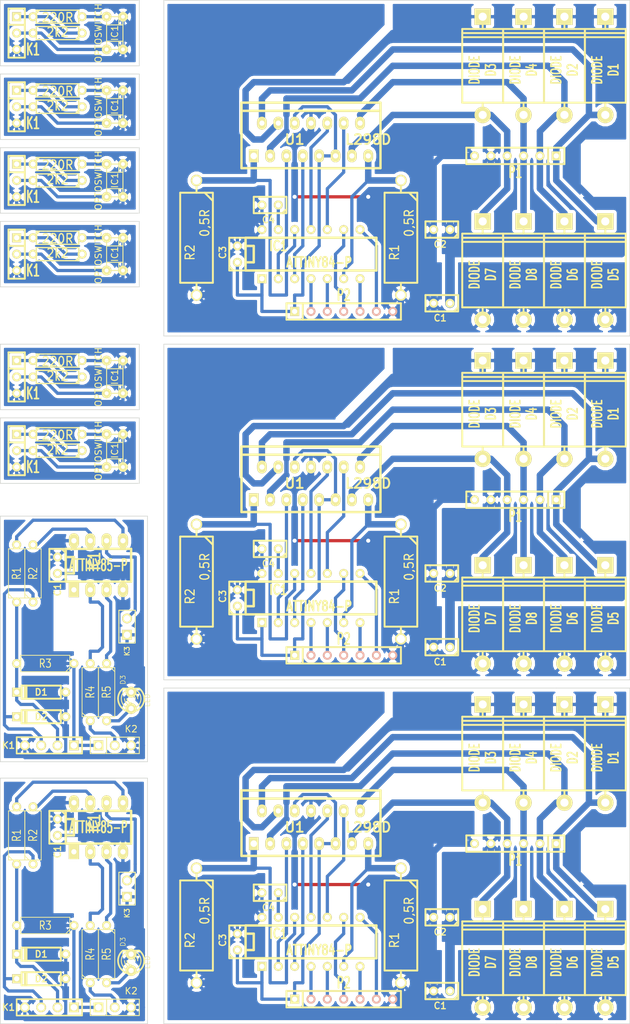
<source format=kicad_pcb>
(kicad_pcb (version 3) (host pcbnew "(2013-05-31 BZR 4019)-stable")
  (title_block (title LogStick))
  (layers (15 Dessus.Cu signal) (0 Dessous.Cu signal))
  (net 0 "")
  (net 1 +5V)
  (net 2 GND)
  (net 3 N-000001)
  (net 4 N-0000010)
  (net 5 N-0000011)
  (net 6 N-0000012)
  (net 7 N-0000013)
  (net 8 N-0000014)
  (net 9 N-0000015)
  (net 10 N-0000016)
  (net 11 N-0000017)
  (net 12 N-0000019)
  (net 13 N-000002)
  (net 14 N-000003)
  (net 15 N-000004)
  (net 16 N-000005)
  (net 17 N-000006)
  (net 18 N-000008)
  (net 19 N-000009)
  (module SIL-3 (layer Dessus.Cu) (at 25.4 67.31 270)
    (fp_text reference K1)
    (fp_text value CONN_3 hide)
    (pad 1 thru_hole rect (at -2.54 0 270) (size 1.397 1.397) (drill 0.8128) (layers *.Cu *.Mask Dessus.SilkS) (net 1 +5V))
    (pad 2 thru_hole circle (at 0 0 270) (size 1.397 1.397) (drill 0.8128) (layers *.Cu *.Mask Dessus.SilkS) (net 14 N-000003))
    (pad 3 thru_hole circle (at 2.54 0 270) (size 1.397 1.397) (drill 0.8128) (layers *.Cu *.Mask Dessus.SilkS) (net 2 GND))
  )
  (module R3 (layer Dessus.Cu) (at 31.75 64.77)
    (fp_text reference R1 hide)
    (fp_text value 220R)
    (pad 1 thru_hole circle (at -3.81 0) (size 1.397 1.397) (drill 0.8128) (layers *.Cu *.Mask Dessus.SilkS) (net 1 +5V))
    (pad 2 thru_hole circle (at 3.81 0) (size 1.397 1.397) (drill 0.8128) (layers *.Cu *.Mask Dessus.SilkS) (net 15 N-000004))
  )
  (module R3 (layer Dessus.Cu) (at 31.75 67.31 180)
    (fp_text reference R2 hide)
    (fp_text value 2k2)
    (pad 1 thru_hole circle (at -3.81 0 180) (size 1.397 1.397) (drill 0.8128) (layers *.Cu *.Mask Dessus.SilkS) (net 1 +5V))
    (pad 2 thru_hole circle (at 3.81 0 180) (size 1.397 1.397) (drill 0.8128) (layers *.Cu *.Mask Dessus.SilkS) (net 14 N-000003))
  )
  (module OptoSwitchMiniature (layer Dessus.Cu) (at 40.64 67.31 270)
    (fp_text reference IC1)
    (fp_text value OPTOSWITCH)
    (pad 1 thru_hole circle (at -2.54 1.27 270) (size 1.5 1.5) (drill 0.6) (layers *.Cu *.Mask Dessus.SilkS) (net 15 N-000004))
    (pad 2 thru_hole circle (at -2.54 -1.27 270) (size 1.5 1.5) (drill 0.6) (layers *.Cu *.Mask Dessus.SilkS) (net 2 GND))
    (pad 3 thru_hole circle (at 2.54 -1.27 270) (size 1.5 1.5) (drill 0.6) (layers *.Cu *.Mask Dessus.SilkS) (net 2 GND))
    (pad 4 thru_hole circle (at 2.54 1.27 270) (size 1.5 1.5) (drill 0.6) (layers *.Cu *.Mask Dessus.SilkS) (net 14 N-000003))
  )
  (module SIL-3 (layer Dessus.Cu) (at 25.4 55.88 270)
    (fp_text reference K1)
    (fp_text value CONN_3 hide)
    (pad 1 thru_hole rect (at -2.54 0 270) (size 1.397 1.397) (drill 0.8128) (layers *.Cu *.Mask Dessus.SilkS) (net 1 +5V))
    (pad 2 thru_hole circle (at 0 0 270) (size 1.397 1.397) (drill 0.8128) (layers *.Cu *.Mask Dessus.SilkS) (net 14 N-000003))
    (pad 3 thru_hole circle (at 2.54 0 270) (size 1.397 1.397) (drill 0.8128) (layers *.Cu *.Mask Dessus.SilkS) (net 2 GND))
  )
  (module R3 (layer Dessus.Cu) (at 31.75 53.34)
    (fp_text reference R1 hide)
    (fp_text value 220R)
    (pad 1 thru_hole circle (at -3.81 0) (size 1.397 1.397) (drill 0.8128) (layers *.Cu *.Mask Dessus.SilkS) (net 1 +5V))
    (pad 2 thru_hole circle (at 3.81 0) (size 1.397 1.397) (drill 0.8128) (layers *.Cu *.Mask Dessus.SilkS) (net 15 N-000004))
  )
  (module R3 (layer Dessus.Cu) (at 31.75 55.88 180)
    (fp_text reference R2 hide)
    (fp_text value 2k2)
    (pad 1 thru_hole circle (at -3.81 0 180) (size 1.397 1.397) (drill 0.8128) (layers *.Cu *.Mask Dessus.SilkS) (net 1 +5V))
    (pad 2 thru_hole circle (at 3.81 0 180) (size 1.397 1.397) (drill 0.8128) (layers *.Cu *.Mask Dessus.SilkS) (net 14 N-000003))
  )
  (module OptoSwitchMiniature (layer Dessus.Cu) (at 40.64 55.88 270)
    (fp_text reference IC1)
    (fp_text value OPTOSWITCH)
    (pad 1 thru_hole circle (at -2.54 1.27 270) (size 1.5 1.5) (drill 0.6) (layers *.Cu *.Mask Dessus.SilkS) (net 15 N-000004))
    (pad 2 thru_hole circle (at -2.54 -1.27 270) (size 1.5 1.5) (drill 0.6) (layers *.Cu *.Mask Dessus.SilkS) (net 2 GND))
    (pad 3 thru_hole circle (at 2.54 -1.27 270) (size 1.5 1.5) (drill 0.6) (layers *.Cu *.Mask Dessus.SilkS) (net 2 GND))
    (pad 4 thru_hole circle (at 2.54 1.27 270) (size 1.5 1.5) (drill 0.6) (layers *.Cu *.Mask Dessus.SilkS) (net 14 N-000003))
  )
  (module SIL-3 (layer Dessus.Cu) (at 25.4 97.79 270)
    (fp_text reference K1)
    (fp_text value CONN_3 hide)
    (pad 1 thru_hole rect (at -2.54 0 270) (size 1.397 1.397) (drill 0.8128) (layers *.Cu *.Mask Dessus.SilkS) (net 1 +5V))
    (pad 2 thru_hole circle (at 0 0 270) (size 1.397 1.397) (drill 0.8128) (layers *.Cu *.Mask Dessus.SilkS) (net 14 N-000003))
    (pad 3 thru_hole circle (at 2.54 0 270) (size 1.397 1.397) (drill 0.8128) (layers *.Cu *.Mask Dessus.SilkS) (net 2 GND))
  )
  (module R3 (layer Dessus.Cu) (at 31.75 95.25)
    (fp_text reference R1 hide)
    (fp_text value 220R)
    (pad 1 thru_hole circle (at -3.81 0) (size 1.397 1.397) (drill 0.8128) (layers *.Cu *.Mask Dessus.SilkS) (net 1 +5V))
    (pad 2 thru_hole circle (at 3.81 0) (size 1.397 1.397) (drill 0.8128) (layers *.Cu *.Mask Dessus.SilkS) (net 15 N-000004))
  )
  (module R3 (layer Dessus.Cu) (at 31.75 97.79 180)
    (fp_text reference R2 hide)
    (fp_text value 2k2)
    (pad 1 thru_hole circle (at -3.81 0 180) (size 1.397 1.397) (drill 0.8128) (layers *.Cu *.Mask Dessus.SilkS) (net 1 +5V))
    (pad 2 thru_hole circle (at 3.81 0 180) (size 1.397 1.397) (drill 0.8128) (layers *.Cu *.Mask Dessus.SilkS) (net 14 N-000003))
  )
  (module OptoSwitchMiniature (layer Dessus.Cu) (at 40.64 97.79 270)
    (fp_text reference IC1)
    (fp_text value OPTOSWITCH)
    (pad 1 thru_hole circle (at -2.54 1.27 270) (size 1.5 1.5) (drill 0.6) (layers *.Cu *.Mask Dessus.SilkS) (net 15 N-000004))
    (pad 2 thru_hole circle (at -2.54 -1.27 270) (size 1.5 1.5) (drill 0.6) (layers *.Cu *.Mask Dessus.SilkS) (net 2 GND))
    (pad 3 thru_hole circle (at 2.54 -1.27 270) (size 1.5 1.5) (drill 0.6) (layers *.Cu *.Mask Dessus.SilkS) (net 2 GND))
    (pad 4 thru_hole circle (at 2.54 1.27 270) (size 1.5 1.5) (drill 0.6) (layers *.Cu *.Mask Dessus.SilkS) (net 14 N-000003))
  )
  (module SIL-3 (layer Dessus.Cu) (at 25.4 86.36 270)
    (fp_text reference K1)
    (fp_text value CONN_3 hide)
    (pad 1 thru_hole rect (at -2.54 0 270) (size 1.397 1.397) (drill 0.8128) (layers *.Cu *.Mask Dessus.SilkS) (net 1 +5V))
    (pad 2 thru_hole circle (at 0 0 270) (size 1.397 1.397) (drill 0.8128) (layers *.Cu *.Mask Dessus.SilkS) (net 14 N-000003))
    (pad 3 thru_hole circle (at 2.54 0 270) (size 1.397 1.397) (drill 0.8128) (layers *.Cu *.Mask Dessus.SilkS) (net 2 GND))
  )
  (module R3 (layer Dessus.Cu) (at 31.75 83.82)
    (fp_text reference R1 hide)
    (fp_text value 220R)
    (pad 1 thru_hole circle (at -3.81 0) (size 1.397 1.397) (drill 0.8128) (layers *.Cu *.Mask Dessus.SilkS) (net 1 +5V))
    (pad 2 thru_hole circle (at 3.81 0) (size 1.397 1.397) (drill 0.8128) (layers *.Cu *.Mask Dessus.SilkS) (net 15 N-000004))
  )
  (module R3 (layer Dessus.Cu) (at 31.75 86.36 180)
    (fp_text reference R2 hide)
    (fp_text value 2k2)
    (pad 1 thru_hole circle (at -3.81 0 180) (size 1.397 1.397) (drill 0.8128) (layers *.Cu *.Mask Dessus.SilkS) (net 1 +5V))
    (pad 2 thru_hole circle (at 3.81 0 180) (size 1.397 1.397) (drill 0.8128) (layers *.Cu *.Mask Dessus.SilkS) (net 14 N-000003))
  )
  (module OptoSwitchMiniature (layer Dessus.Cu) (at 40.64 86.36 270)
    (fp_text reference IC1)
    (fp_text value OPTOSWITCH)
    (pad 1 thru_hole circle (at -2.54 1.27 270) (size 1.5 1.5) (drill 0.6) (layers *.Cu *.Mask Dessus.SilkS) (net 15 N-000004))
    (pad 2 thru_hole circle (at -2.54 -1.27 270) (size 1.5 1.5) (drill 0.6) (layers *.Cu *.Mask Dessus.SilkS) (net 2 GND))
    (pad 3 thru_hole circle (at 2.54 -1.27 270) (size 1.5 1.5) (drill 0.6) (layers *.Cu *.Mask Dessus.SilkS) (net 2 GND))
    (pad 4 thru_hole circle (at 2.54 1.27 270) (size 1.5 1.5) (drill 0.6) (layers *.Cu *.Mask Dessus.SilkS) (net 14 N-000003))
  )
  (module SIL-3 (layer Dessus.Cu) (at 25.4 44.45 270)
    (fp_text reference K1)
    (fp_text value CONN_3 hide)
    (pad 1 thru_hole rect (at -2.54 0 270) (size 1.397 1.397) (drill 0.8128) (layers *.Cu *.Mask Dessus.SilkS) (net 1 +5V))
    (pad 2 thru_hole circle (at 0 0 270) (size 1.397 1.397) (drill 0.8128) (layers *.Cu *.Mask Dessus.SilkS) (net 14 N-000003))
    (pad 3 thru_hole circle (at 2.54 0 270) (size 1.397 1.397) (drill 0.8128) (layers *.Cu *.Mask Dessus.SilkS) (net 2 GND))
  )
  (module R3 (layer Dessus.Cu) (at 31.75 41.91)
    (fp_text reference R1 hide)
    (fp_text value 220R)
    (pad 1 thru_hole circle (at -3.81 0) (size 1.397 1.397) (drill 0.8128) (layers *.Cu *.Mask Dessus.SilkS) (net 1 +5V))
    (pad 2 thru_hole circle (at 3.81 0) (size 1.397 1.397) (drill 0.8128) (layers *.Cu *.Mask Dessus.SilkS) (net 15 N-000004))
  )
  (module R3 (layer Dessus.Cu) (at 31.75 44.45 180)
    (fp_text reference R2 hide)
    (fp_text value 2k2)
    (pad 1 thru_hole circle (at -3.81 0 180) (size 1.397 1.397) (drill 0.8128) (layers *.Cu *.Mask Dessus.SilkS) (net 1 +5V))
    (pad 2 thru_hole circle (at 3.81 0 180) (size 1.397 1.397) (drill 0.8128) (layers *.Cu *.Mask Dessus.SilkS) (net 14 N-000003))
  )
  (module OptoSwitchMiniature (layer Dessus.Cu) (at 40.64 44.45 270)
    (fp_text reference IC1)
    (fp_text value OPTOSWITCH)
    (pad 1 thru_hole circle (at -2.54 1.27 270) (size 1.5 1.5) (drill 0.6) (layers *.Cu *.Mask Dessus.SilkS) (net 15 N-000004))
    (pad 2 thru_hole circle (at -2.54 -1.27 270) (size 1.5 1.5) (drill 0.6) (layers *.Cu *.Mask Dessus.SilkS) (net 2 GND))
    (pad 3 thru_hole circle (at 2.54 -1.27 270) (size 1.5 1.5) (drill 0.6) (layers *.Cu *.Mask Dessus.SilkS) (net 2 GND))
    (pad 4 thru_hole circle (at 2.54 1.27 270) (size 1.5 1.5) (drill 0.6) (layers *.Cu *.Mask Dessus.SilkS) (net 14 N-000003))
  )
  (module SIL-3 (layer Dessus.Cu) (at 25.4 33.02 270)
    (fp_text reference K1)
    (fp_text value CONN_3 hide)
    (pad 1 thru_hole rect (at -2.54 0 270) (size 1.397 1.397) (drill 0.8128) (layers *.Cu *.Mask Dessus.SilkS) (net 1 +5V))
    (pad 2 thru_hole circle (at 0 0 270) (size 1.397 1.397) (drill 0.8128) (layers *.Cu *.Mask Dessus.SilkS) (net 14 N-000003))
    (pad 3 thru_hole circle (at 2.54 0 270) (size 1.397 1.397) (drill 0.8128) (layers *.Cu *.Mask Dessus.SilkS) (net 2 GND))
  )
  (module R3 (layer Dessus.Cu) (at 31.75 30.48)
    (fp_text reference R1 hide)
    (fp_text value 220R)
    (pad 1 thru_hole circle (at -3.81 0) (size 1.397 1.397) (drill 0.8128) (layers *.Cu *.Mask Dessus.SilkS) (net 1 +5V))
    (pad 2 thru_hole circle (at 3.81 0) (size 1.397 1.397) (drill 0.8128) (layers *.Cu *.Mask Dessus.SilkS) (net 15 N-000004))
  )
  (module R3 (layer Dessus.Cu) (at 31.75 33.02 180)
    (fp_text reference R2 hide)
    (fp_text value 2k2)
    (pad 1 thru_hole circle (at -3.81 0 180) (size 1.397 1.397) (drill 0.8128) (layers *.Cu *.Mask Dessus.SilkS) (net 1 +5V))
    (pad 2 thru_hole circle (at 3.81 0 180) (size 1.397 1.397) (drill 0.8128) (layers *.Cu *.Mask Dessus.SilkS) (net 14 N-000003))
  )
  (module OptoSwitchMiniature (layer Dessus.Cu) (at 40.64 33.02 270)
    (fp_text reference IC1)
    (fp_text value OPTOSWITCH)
    (pad 1 thru_hole circle (at -2.54 1.27 270) (size 1.5 1.5) (drill 0.6) (layers *.Cu *.Mask Dessus.SilkS) (net 15 N-000004))
    (pad 2 thru_hole circle (at -2.54 -1.27 270) (size 1.5 1.5) (drill 0.6) (layers *.Cu *.Mask Dessus.SilkS) (net 2 GND))
    (pad 3 thru_hole circle (at 2.54 -1.27 270) (size 1.5 1.5) (drill 0.6) (layers *.Cu *.Mask Dessus.SilkS) (net 2 GND))
    (pad 4 thru_hole circle (at 2.54 1.27 270) (size 1.5 1.5) (drill 0.6) (layers *.Cu *.Mask Dessus.SilkS) (net 14 N-000003))
  )
  (module SIL-6 (layer Dessus.Cu) (at 102.87 52.07 180)
    (fp_text reference P1)
    (fp_text value CONN_6 hide)
    (pad 1 thru_hole rect (at -6.35 0 180) (size 1.397 1.397) (drill 0.8128) (layers *.Cu *.Mask Dessus.SilkS) (net 14 N-000003))
    (pad 2 thru_hole circle (at -3.81 0 180) (size 1.397 1.397) (drill 0.8128) (layers *.Cu *.Mask Dessus.SilkS) (net 15 N-000004))
    (pad 3 thru_hole circle (at -1.27 0 180) (size 1.397 1.397) (drill 0.8128) (layers *.Cu *.Mask Dessus.SilkS) (net 17 N-000006))
    (pad 4 thru_hole circle (at 1.27 0 180) (size 1.397 1.397) (drill 0.8128) (layers *.Cu *.Mask Dessus.SilkS) (net 16 N-000005))
    (pad 5 thru_hole circle (at 3.81 0 180) (size 1.397 1.397) (drill 0.8128) (layers *.Cu *.Mask Dessus.SilkS) (net 12 N-0000019))
    (pad 6 thru_hole circle (at 6.35 0 180) (size 1.397 1.397) (drill 0.8128) (layers *.Cu *.Mask Dessus.SilkS) (net 2 GND))
  )
  (module DIP-14__300 (layer Dessus.Cu) (at 71.12 67.31)
    (fp_text reference IC1)
    (fp_text value ATTINY84-P)
    (pad 1 thru_hole rect (at -7.62 3.81) (size 1.397 1.397) (drill 0.8128) (layers *.Cu *.Mask Dessus.SilkS) (net 1 +5V))
    (pad 2 thru_hole circle (at -5.08 3.81) (size 1.397 1.397) (drill 0.8128) (layers *.Cu *.Mask Dessus.SilkS) (net 8 N-0000014))
    (pad 3 thru_hole circle (at -2.54 3.81) (size 1.397 1.397) (drill 0.8128) (layers *.Cu *.Mask Dessus.SilkS) (net 7 N-0000013))
    (pad 4 thru_hole circle (at 0 3.81) (size 1.397 1.397) (drill 0.8128) (layers *.Cu *.Mask Dessus.SilkS) (net 4 N-0000010))
    (pad 5 thru_hole circle (at 2.54 3.81) (size 1.397 1.397) (drill 0.8128) (layers *.Cu *.Mask Dessus.SilkS) (net 6 N-0000012))
    (pad 6 thru_hole circle (at 5.08 3.81) (size 1.397 1.397) (drill 0.8128) (layers *.Cu *.Mask Dessus.SilkS) (net 10 N-0000016))
    (pad 7 thru_hole circle (at 7.62 3.81) (size 1.397 1.397) (drill 0.8128) (layers *.Cu *.Mask Dessus.SilkS) (net 19 N-000009))
    (pad 8 thru_hole circle (at 7.62 -3.81) (size 1.397 1.397) (drill 0.8128) (layers *.Cu *.Mask Dessus.SilkS) (net 13 N-000002))
    (pad 9 thru_hole circle (at 5.08 -3.81) (size 1.397 1.397) (drill 0.8128) (layers *.Cu *.Mask Dessus.SilkS) (net 3 N-000001))
    (pad 10 thru_hole circle (at 2.54 -3.81) (size 1.397 1.397) (drill 0.8128) (layers *.Cu *.Mask Dessus.SilkS) (net 9 N-0000015))
    (pad 11 thru_hole circle (at 0 -3.81) (size 1.397 1.397) (drill 0.8128) (layers *.Cu *.Mask Dessus.SilkS) (net 5 N-0000011))
    (pad 12 thru_hole circle (at -2.54 -3.81) (size 1.397 1.397) (drill 0.8128) (layers *.Cu *.Mask Dessus.SilkS) (net 11 N-0000017))
    (pad 13 thru_hole circle (at -5.08 -3.81) (size 1.397 1.397) (drill 0.8128) (layers *.Cu *.Mask Dessus.SilkS) (net 18 N-000008))
    (pad 14 thru_hole circle (at -7.62 -3.81) (size 1.397 1.397) (drill 0.8128) (layers *.Cu *.Mask Dessus.SilkS) (net 2 GND))
  )
  (module C1 (layer Dessus.Cu) (at 91.44 63.5 180)
    (fp_text reference C2)
    (fp_text value 100nF hide)
    (pad 1 thru_hole circle (at -1.27 0 180) (size 1.397 1.397) (drill 0.8128) (layers *.Cu *.Mask Dessus.SilkS) (net 12 N-0000019))
    (pad 2 thru_hole circle (at 1.27 0 180) (size 1.397 1.397) (drill 0.8128) (layers *.Cu *.Mask Dessus.SilkS) (net 2 GND))
  )
  (module C1 (layer Dessus.Cu) (at 91.44 74.93 180)
    (fp_text reference C1)
    (fp_text value 470uF hide)
    (pad 1 thru_hole circle (at -1.27 0 180) (size 1.397 1.397) (drill 0.8128) (layers *.Cu *.Mask Dessus.SilkS) (net 12 N-0000019))
    (pad 2 thru_hole circle (at 1.27 0 180) (size 1.397 1.397) (drill 0.8128) (layers *.Cu *.Mask Dessus.SilkS) (net 2 GND))
  )
  (module C1 (layer Dessus.Cu) (at 59.69 67.31 90)
    (fp_text reference C3)
    (fp_text value 100nF hide)
    (pad 1 thru_hole circle (at -1.27 0 90) (size 1.397 1.397) (drill 0.8128) (layers *.Cu *.Mask Dessus.SilkS) (net 1 +5V))
    (pad 2 thru_hole circle (at 1.27 0 90) (size 1.397 1.397) (drill 0.8128) (layers *.Cu *.Mask Dessus.SilkS) (net 2 GND))
  )
  (module C1 (layer Dessus.Cu) (at 64.77 59.69 180)
    (fp_text reference C4)
    (fp_text value 100nF hide)
    (pad 1 thru_hole circle (at -1.27 0 180) (size 1.397 1.397) (drill 0.8128) (layers *.Cu *.Mask Dessus.SilkS) (net 18 N-000008))
    (pad 2 thru_hole circle (at 1.27 0 180) (size 1.397 1.397) (drill 0.8128) (layers *.Cu *.Mask Dessus.SilkS) (net 2 GND))
  )
  (module Multiwatt15-O (layer Dessus.Cu) (at 71.12 49.53)
    (fp_text reference U1)
    (fp_text value L298D)
    (pad 1 thru_hole rect (at -8.89 2.54) (size 1.5 1.99898) (drill 1.016) (layers *.Cu *.Mask Dessus.SilkS) (net 11 N-0000017))
    (pad 2 thru_hole oval (at -7.62 -2.54) (size 1.5 1.99898) (drill 0.8128) (layers *.Cu *.Mask Dessus.SilkS) (net 14 N-000003))
    (pad 3 thru_hole oval (at -6.35 2.54) (size 1.5 1.99898) (drill 0.8128) (layers *.Cu *.Mask Dessus.SilkS) (net 15 N-000004))
    (pad 4 thru_hole oval (at -5.08 -2.54) (size 1.5 1.99898) (drill 0.8128) (layers *.Cu *.Mask Dessus.SilkS) (net 12 N-0000019))
    (pad 5 thru_hole oval (at -3.81 2.54) (size 1.5 1.99898) (drill 0.8128) (layers *.Cu *.Mask Dessus.SilkS) (net 8 N-0000014))
    (pad 6 thru_hole oval (at -2.54 -2.54) (size 1.5 1.99898) (drill 0.8128) (layers *.Cu *.Mask Dessus.SilkS) (net 1 +5V))
    (pad 7 thru_hole oval (at -1.27 2.54) (size 1.5 1.99898) (drill 0.8128) (layers *.Cu *.Mask Dessus.SilkS) (net 7 N-0000013))
    (pad 8 thru_hole oval (at 0 -2.54) (size 1.5 1.99898) (drill 0.8128) (layers *.Cu *.Mask Dessus.SilkS) (net 2 GND))
    (pad 9 thru_hole oval (at 1.27 2.54) (size 1.5 1.99898) (drill 0.8128) (layers *.Cu *.Mask Dessus.SilkS) (net 1 +5V))
    (pad 10 thru_hole oval (at 2.54 -2.54) (size 1.5 1.99898) (drill 0.8128) (layers *.Cu *.Mask Dessus.SilkS) (net 5 N-0000011))
    (pad 11 thru_hole oval (at 3.81 2.54) (size 1.5 1.99898) (drill 0.8128) (layers *.Cu *.Mask Dessus.SilkS) (net 1 +5V))
    (pad 12 thru_hole oval (at 5.08 -2.54) (size 1.5 1.99898) (drill 0.8128) (layers *.Cu *.Mask Dessus.SilkS) (net 9 N-0000015))
    (pad 13 thru_hole oval (at 6.35 2.54) (size 1.5 1.99898) (drill 0.8128) (layers *.Cu *.Mask Dessus.SilkS) (net 16 N-000005))
    (pad 14 thru_hole oval (at 7.62 -2.54) (size 1.5 1.99898) (drill 0.8128) (layers *.Cu *.Mask Dessus.SilkS) (net 17 N-000006))
    (pad 15 thru_hole oval (at 8.89 2.54) (size 1.5 1.99898) (drill 0.8128) (layers *.Cu *.Mask Dessus.SilkS) (net 10 N-0000016))
  )
  (module SIL-7 (layer Dessus.Cu) (at 76.2 76.2)
    (fp_text reference P2)
    (fp_text value CONN_7 hide)
    (pad 1 thru_hole rect (at -7.62 0) (size 1.397 1.397) (drill 0.8128) (layers *.Cu *.Mask Dessus.SilkS) (net 1 +5V))
    (pad 2 thru_hole circle (at -5.08 0) (size 1.397 1.397) (drill 0.8128) (layers *.Cu *.SilkS *.Mask) (net 4 N-0000010))
    (pad 3 thru_hole circle (at -2.54 0) (size 1.397 1.397) (drill 0.8128) (layers *.Cu *.SilkS *.Mask) (net 6 N-0000012))
    (pad 4 thru_hole circle (at 0 0) (size 1.397 1.397) (drill 0.8128) (layers *.Cu *.SilkS *.Mask) (net 3 N-000001))
    (pad 5 thru_hole circle (at 2.54 0) (size 1.397 1.397) (drill 0.8128) (layers *.Cu *.SilkS *.Mask) (net 19 N-000009))
    (pad 6 thru_hole circle (at 5.08 0) (size 1.397 1.397) (drill 0.8128) (layers *.Cu *.SilkS *.Mask) (net 13 N-000002))
    (pad 7 thru_hole circle (at 7.62 0) (size 1.397 1.397) (drill 0.8128) (layers *.Cu *.SilkS *.Mask) (net 2 GND))
  )
  (module R7 (layer Dessus.Cu) (at 85.09 64.77 270)
    (fp_text reference R1)
    (fp_text value 0,5R)
    (pad 1 thru_hole circle (at -8.89 0 270) (size 1.778 1.778) (drill 1.27) (layers *.Cu *.Mask Dessus.SilkS) (net 10 N-0000016))
    (pad 2 thru_hole circle (at 8.89 0 270) (size 1.778 1.778) (drill 1.27) (layers *.Cu *.Mask Dessus.SilkS) (net 2 GND))
  )
  (module R7 (layer Dessus.Cu) (at 53.34 64.77 270)
    (fp_text reference R2)
    (fp_text value 0,5R)
    (pad 1 thru_hole circle (at -8.89 0 270) (size 1.778 1.778) (drill 1.27) (layers *.Cu *.Mask Dessus.SilkS) (net 11 N-0000017))
    (pad 2 thru_hole circle (at 8.89 0 270) (size 1.778 1.778) (drill 1.27) (layers *.Cu *.Mask Dessus.SilkS) (net 2 GND))
  )
  (module D6 (layer Dessus.Cu) (at 116.84 69.85 90)
    (fp_text reference D5)
    (fp_text value DIODE)
    (pad 1 thru_hole circle (at -7.62 0 90) (size 2.54 2.54) (drill 1.27) (layers *.Cu *.Mask Dessus.SilkS) (net 2 GND))
    (pad 2 thru_hole rect (at 7.62 0 90) (size 2.54 2.54) (drill 1.27) (layers *.Cu *.Mask Dessus.SilkS) (net 14 N-000003))
  )
  (module D6 (layer Dessus.Cu) (at 110.49 69.85 90)
    (fp_text reference D6)
    (fp_text value DIODE)
    (pad 1 thru_hole circle (at -7.62 0 90) (size 2.54 2.54) (drill 1.27) (layers *.Cu *.Mask Dessus.SilkS) (net 2 GND))
    (pad 2 thru_hole rect (at 7.62 0 90) (size 2.54 2.54) (drill 1.27) (layers *.Cu *.Mask Dessus.SilkS) (net 15 N-000004))
  )
  (module D6 (layer Dessus.Cu) (at 97.79 69.85 90)
    (fp_text reference D7)
    (fp_text value DIODE)
    (pad 1 thru_hole circle (at -7.62 0 90) (size 2.54 2.54) (drill 1.27) (layers *.Cu *.Mask Dessus.SilkS) (net 2 GND))
    (pad 2 thru_hole rect (at 7.62 0 90) (size 2.54 2.54) (drill 1.27) (layers *.Cu *.Mask Dessus.SilkS) (net 16 N-000005))
  )
  (module D6 (layer Dessus.Cu) (at 104.14 69.85 90)
    (fp_text reference D8)
    (fp_text value DIODE)
    (pad 1 thru_hole circle (at -7.62 0 90) (size 2.54 2.54) (drill 1.27) (layers *.Cu *.Mask Dessus.SilkS) (net 2 GND))
    (pad 2 thru_hole rect (at 7.62 0 90) (size 2.54 2.54) (drill 1.27) (layers *.Cu *.Mask Dessus.SilkS) (net 17 N-000006))
  )
  (module D6 (layer Dessus.Cu) (at 104.14 38.1 90)
    (fp_text reference D4)
    (fp_text value DIODE)
    (pad 1 thru_hole circle (at -7.62 0 90) (size 2.54 2.54) (drill 1.27) (layers *.Cu *.Mask Dessus.SilkS) (net 17 N-000006))
    (pad 2 thru_hole rect (at 7.62 0 90) (size 2.54 2.54) (drill 1.27) (layers *.Cu *.Mask Dessus.SilkS) (net 12 N-0000019))
  )
  (module D6 (layer Dessus.Cu) (at 97.79 38.1 90)
    (fp_text reference D3)
    (fp_text value DIODE)
    (pad 1 thru_hole circle (at -7.62 0 90) (size 2.54 2.54) (drill 1.27) (layers *.Cu *.Mask Dessus.SilkS) (net 16 N-000005))
    (pad 2 thru_hole rect (at 7.62 0 90) (size 2.54 2.54) (drill 1.27) (layers *.Cu *.Mask Dessus.SilkS) (net 12 N-0000019))
  )
  (module D6 (layer Dessus.Cu) (at 110.49 38.1 90)
    (fp_text reference D2)
    (fp_text value DIODE)
    (pad 1 thru_hole circle (at -7.62 0 90) (size 2.54 2.54) (drill 1.27) (layers *.Cu *.Mask Dessus.SilkS) (net 15 N-000004))
    (pad 2 thru_hole rect (at 7.62 0 90) (size 2.54 2.54) (drill 1.27) (layers *.Cu *.Mask Dessus.SilkS) (net 12 N-0000019))
  )
  (module D6 (layer Dessus.Cu) (at 116.84 38.1 90)
    (fp_text reference D1)
    (fp_text value DIODE)
    (pad 1 thru_hole circle (at -7.62 0 90) (size 2.54 2.54) (drill 1.27) (layers *.Cu *.Mask Dessus.SilkS) (net 14 N-000003))
    (pad 2 thru_hole rect (at 7.62 0 90) (size 2.54 2.54) (drill 1.27) (layers *.Cu *.Mask Dessus.SilkS) (net 12 N-0000019))
  )
  (module SIL-6 (layer Dessus.Cu) (at 102.87 105.41 180)
    (fp_text reference P1)
    (fp_text value CONN_6 hide)
    (pad 1 thru_hole rect (at -6.35 0 180) (size 1.397 1.397) (drill 0.8128) (layers *.Cu *.Mask Dessus.SilkS) (net 14 N-000003))
    (pad 2 thru_hole circle (at -3.81 0 180) (size 1.397 1.397) (drill 0.8128) (layers *.Cu *.Mask Dessus.SilkS) (net 15 N-000004))
    (pad 3 thru_hole circle (at -1.27 0 180) (size 1.397 1.397) (drill 0.8128) (layers *.Cu *.Mask Dessus.SilkS) (net 17 N-000006))
    (pad 4 thru_hole circle (at 1.27 0 180) (size 1.397 1.397) (drill 0.8128) (layers *.Cu *.Mask Dessus.SilkS) (net 16 N-000005))
    (pad 5 thru_hole circle (at 3.81 0 180) (size 1.397 1.397) (drill 0.8128) (layers *.Cu *.Mask Dessus.SilkS) (net 12 N-0000019))
    (pad 6 thru_hole circle (at 6.35 0 180) (size 1.397 1.397) (drill 0.8128) (layers *.Cu *.Mask Dessus.SilkS) (net 2 GND))
  )
  (module DIP-14__300 (layer Dessus.Cu) (at 71.12 120.65)
    (fp_text reference IC1)
    (fp_text value ATTINY84-P)
    (pad 1 thru_hole rect (at -7.62 3.81) (size 1.397 1.397) (drill 0.8128) (layers *.Cu *.Mask Dessus.SilkS) (net 1 +5V))
    (pad 2 thru_hole circle (at -5.08 3.81) (size 1.397 1.397) (drill 0.8128) (layers *.Cu *.Mask Dessus.SilkS) (net 8 N-0000014))
    (pad 3 thru_hole circle (at -2.54 3.81) (size 1.397 1.397) (drill 0.8128) (layers *.Cu *.Mask Dessus.SilkS) (net 7 N-0000013))
    (pad 4 thru_hole circle (at 0 3.81) (size 1.397 1.397) (drill 0.8128) (layers *.Cu *.Mask Dessus.SilkS) (net 4 N-0000010))
    (pad 5 thru_hole circle (at 2.54 3.81) (size 1.397 1.397) (drill 0.8128) (layers *.Cu *.Mask Dessus.SilkS) (net 6 N-0000012))
    (pad 6 thru_hole circle (at 5.08 3.81) (size 1.397 1.397) (drill 0.8128) (layers *.Cu *.Mask Dessus.SilkS) (net 10 N-0000016))
    (pad 7 thru_hole circle (at 7.62 3.81) (size 1.397 1.397) (drill 0.8128) (layers *.Cu *.Mask Dessus.SilkS) (net 19 N-000009))
    (pad 8 thru_hole circle (at 7.62 -3.81) (size 1.397 1.397) (drill 0.8128) (layers *.Cu *.Mask Dessus.SilkS) (net 13 N-000002))
    (pad 9 thru_hole circle (at 5.08 -3.81) (size 1.397 1.397) (drill 0.8128) (layers *.Cu *.Mask Dessus.SilkS) (net 3 N-000001))
    (pad 10 thru_hole circle (at 2.54 -3.81) (size 1.397 1.397) (drill 0.8128) (layers *.Cu *.Mask Dessus.SilkS) (net 9 N-0000015))
    (pad 11 thru_hole circle (at 0 -3.81) (size 1.397 1.397) (drill 0.8128) (layers *.Cu *.Mask Dessus.SilkS) (net 5 N-0000011))
    (pad 12 thru_hole circle (at -2.54 -3.81) (size 1.397 1.397) (drill 0.8128) (layers *.Cu *.Mask Dessus.SilkS) (net 11 N-0000017))
    (pad 13 thru_hole circle (at -5.08 -3.81) (size 1.397 1.397) (drill 0.8128) (layers *.Cu *.Mask Dessus.SilkS) (net 18 N-000008))
    (pad 14 thru_hole circle (at -7.62 -3.81) (size 1.397 1.397) (drill 0.8128) (layers *.Cu *.Mask Dessus.SilkS) (net 2 GND))
  )
  (module C1 (layer Dessus.Cu) (at 91.44 116.84 180)
    (fp_text reference C2)
    (fp_text value 100nF hide)
    (pad 1 thru_hole circle (at -1.27 0 180) (size 1.397 1.397) (drill 0.8128) (layers *.Cu *.Mask Dessus.SilkS) (net 12 N-0000019))
    (pad 2 thru_hole circle (at 1.27 0 180) (size 1.397 1.397) (drill 0.8128) (layers *.Cu *.Mask Dessus.SilkS) (net 2 GND))
  )
  (module C1 (layer Dessus.Cu) (at 91.44 128.27 180)
    (fp_text reference C1)
    (fp_text value 470uF hide)
    (pad 1 thru_hole circle (at -1.27 0 180) (size 1.397 1.397) (drill 0.8128) (layers *.Cu *.Mask Dessus.SilkS) (net 12 N-0000019))
    (pad 2 thru_hole circle (at 1.27 0 180) (size 1.397 1.397) (drill 0.8128) (layers *.Cu *.Mask Dessus.SilkS) (net 2 GND))
  )
  (module C1 (layer Dessus.Cu) (at 59.69 120.65 90)
    (fp_text reference C3)
    (fp_text value 100nF hide)
    (pad 1 thru_hole circle (at -1.27 0 90) (size 1.397 1.397) (drill 0.8128) (layers *.Cu *.Mask Dessus.SilkS) (net 1 +5V))
    (pad 2 thru_hole circle (at 1.27 0 90) (size 1.397 1.397) (drill 0.8128) (layers *.Cu *.Mask Dessus.SilkS) (net 2 GND))
  )
  (module C1 (layer Dessus.Cu) (at 64.77 113.03 180)
    (fp_text reference C4)
    (fp_text value 100nF hide)
    (pad 1 thru_hole circle (at -1.27 0 180) (size 1.397 1.397) (drill 0.8128) (layers *.Cu *.Mask Dessus.SilkS) (net 18 N-000008))
    (pad 2 thru_hole circle (at 1.27 0 180) (size 1.397 1.397) (drill 0.8128) (layers *.Cu *.Mask Dessus.SilkS) (net 2 GND))
  )
  (module Multiwatt15-O (layer Dessus.Cu) (at 71.12 102.87)
    (fp_text reference U1)
    (fp_text value L298D)
    (pad 1 thru_hole rect (at -8.89 2.54) (size 1.5 1.99898) (drill 1.016) (layers *.Cu *.Mask Dessus.SilkS) (net 11 N-0000017))
    (pad 2 thru_hole oval (at -7.62 -2.54) (size 1.5 1.99898) (drill 0.8128) (layers *.Cu *.Mask Dessus.SilkS) (net 14 N-000003))
    (pad 3 thru_hole oval (at -6.35 2.54) (size 1.5 1.99898) (drill 0.8128) (layers *.Cu *.Mask Dessus.SilkS) (net 15 N-000004))
    (pad 4 thru_hole oval (at -5.08 -2.54) (size 1.5 1.99898) (drill 0.8128) (layers *.Cu *.Mask Dessus.SilkS) (net 12 N-0000019))
    (pad 5 thru_hole oval (at -3.81 2.54) (size 1.5 1.99898) (drill 0.8128) (layers *.Cu *.Mask Dessus.SilkS) (net 8 N-0000014))
    (pad 6 thru_hole oval (at -2.54 -2.54) (size 1.5 1.99898) (drill 0.8128) (layers *.Cu *.Mask Dessus.SilkS) (net 1 +5V))
    (pad 7 thru_hole oval (at -1.27 2.54) (size 1.5 1.99898) (drill 0.8128) (layers *.Cu *.Mask Dessus.SilkS) (net 7 N-0000013))
    (pad 8 thru_hole oval (at 0 -2.54) (size 1.5 1.99898) (drill 0.8128) (layers *.Cu *.Mask Dessus.SilkS) (net 2 GND))
    (pad 9 thru_hole oval (at 1.27 2.54) (size 1.5 1.99898) (drill 0.8128) (layers *.Cu *.Mask Dessus.SilkS) (net 1 +5V))
    (pad 10 thru_hole oval (at 2.54 -2.54) (size 1.5 1.99898) (drill 0.8128) (layers *.Cu *.Mask Dessus.SilkS) (net 5 N-0000011))
    (pad 11 thru_hole oval (at 3.81 2.54) (size 1.5 1.99898) (drill 0.8128) (layers *.Cu *.Mask Dessus.SilkS) (net 1 +5V))
    (pad 12 thru_hole oval (at 5.08 -2.54) (size 1.5 1.99898) (drill 0.8128) (layers *.Cu *.Mask Dessus.SilkS) (net 9 N-0000015))
    (pad 13 thru_hole oval (at 6.35 2.54) (size 1.5 1.99898) (drill 0.8128) (layers *.Cu *.Mask Dessus.SilkS) (net 16 N-000005))
    (pad 14 thru_hole oval (at 7.62 -2.54) (size 1.5 1.99898) (drill 0.8128) (layers *.Cu *.Mask Dessus.SilkS) (net 17 N-000006))
    (pad 15 thru_hole oval (at 8.89 2.54) (size 1.5 1.99898) (drill 0.8128) (layers *.Cu *.Mask Dessus.SilkS) (net 10 N-0000016))
  )
  (module SIL-7 (layer Dessus.Cu) (at 76.2 129.54)
    (fp_text reference P2)
    (fp_text value CONN_7 hide)
    (pad 1 thru_hole rect (at -7.62 0) (size 1.397 1.397) (drill 0.8128) (layers *.Cu *.Mask Dessus.SilkS) (net 1 +5V))
    (pad 2 thru_hole circle (at -5.08 0) (size 1.397 1.397) (drill 0.8128) (layers *.Cu *.SilkS *.Mask) (net 4 N-0000010))
    (pad 3 thru_hole circle (at -2.54 0) (size 1.397 1.397) (drill 0.8128) (layers *.Cu *.SilkS *.Mask) (net 6 N-0000012))
    (pad 4 thru_hole circle (at 0 0) (size 1.397 1.397) (drill 0.8128) (layers *.Cu *.SilkS *.Mask) (net 3 N-000001))
    (pad 5 thru_hole circle (at 2.54 0) (size 1.397 1.397) (drill 0.8128) (layers *.Cu *.SilkS *.Mask) (net 19 N-000009))
    (pad 6 thru_hole circle (at 5.08 0) (size 1.397 1.397) (drill 0.8128) (layers *.Cu *.SilkS *.Mask) (net 13 N-000002))
    (pad 7 thru_hole circle (at 7.62 0) (size 1.397 1.397) (drill 0.8128) (layers *.Cu *.SilkS *.Mask) (net 2 GND))
  )
  (module R7 (layer Dessus.Cu) (at 85.09 118.11 270)
    (fp_text reference R1)
    (fp_text value 0,5R)
    (pad 1 thru_hole circle (at -8.89 0 270) (size 1.778 1.778) (drill 1.27) (layers *.Cu *.Mask Dessus.SilkS) (net 10 N-0000016))
    (pad 2 thru_hole circle (at 8.89 0 270) (size 1.778 1.778) (drill 1.27) (layers *.Cu *.Mask Dessus.SilkS) (net 2 GND))
  )
  (module R7 (layer Dessus.Cu) (at 53.34 118.11 270)
    (fp_text reference R2)
    (fp_text value 0,5R)
    (pad 1 thru_hole circle (at -8.89 0 270) (size 1.778 1.778) (drill 1.27) (layers *.Cu *.Mask Dessus.SilkS) (net 11 N-0000017))
    (pad 2 thru_hole circle (at 8.89 0 270) (size 1.778 1.778) (drill 1.27) (layers *.Cu *.Mask Dessus.SilkS) (net 2 GND))
  )
  (module D6 (layer Dessus.Cu) (at 116.84 123.19 90)
    (fp_text reference D5)
    (fp_text value DIODE)
    (pad 1 thru_hole circle (at -7.62 0 90) (size 2.54 2.54) (drill 1.27) (layers *.Cu *.Mask Dessus.SilkS) (net 2 GND))
    (pad 2 thru_hole rect (at 7.62 0 90) (size 2.54 2.54) (drill 1.27) (layers *.Cu *.Mask Dessus.SilkS) (net 14 N-000003))
  )
  (module D6 (layer Dessus.Cu) (at 110.49 123.19 90)
    (fp_text reference D6)
    (fp_text value DIODE)
    (pad 1 thru_hole circle (at -7.62 0 90) (size 2.54 2.54) (drill 1.27) (layers *.Cu *.Mask Dessus.SilkS) (net 2 GND))
    (pad 2 thru_hole rect (at 7.62 0 90) (size 2.54 2.54) (drill 1.27) (layers *.Cu *.Mask Dessus.SilkS) (net 15 N-000004))
  )
  (module D6 (layer Dessus.Cu) (at 97.79 123.19 90)
    (fp_text reference D7)
    (fp_text value DIODE)
    (pad 1 thru_hole circle (at -7.62 0 90) (size 2.54 2.54) (drill 1.27) (layers *.Cu *.Mask Dessus.SilkS) (net 2 GND))
    (pad 2 thru_hole rect (at 7.62 0 90) (size 2.54 2.54) (drill 1.27) (layers *.Cu *.Mask Dessus.SilkS) (net 16 N-000005))
  )
  (module D6 (layer Dessus.Cu) (at 104.14 123.19 90)
    (fp_text reference D8)
    (fp_text value DIODE)
    (pad 1 thru_hole circle (at -7.62 0 90) (size 2.54 2.54) (drill 1.27) (layers *.Cu *.Mask Dessus.SilkS) (net 2 GND))
    (pad 2 thru_hole rect (at 7.62 0 90) (size 2.54 2.54) (drill 1.27) (layers *.Cu *.Mask Dessus.SilkS) (net 17 N-000006))
  )
  (module D6 (layer Dessus.Cu) (at 104.14 91.44 90)
    (fp_text reference D4)
    (fp_text value DIODE)
    (pad 1 thru_hole circle (at -7.62 0 90) (size 2.54 2.54) (drill 1.27) (layers *.Cu *.Mask Dessus.SilkS) (net 17 N-000006))
    (pad 2 thru_hole rect (at 7.62 0 90) (size 2.54 2.54) (drill 1.27) (layers *.Cu *.Mask Dessus.SilkS) (net 12 N-0000019))
  )
  (module D6 (layer Dessus.Cu) (at 97.79 91.44 90)
    (fp_text reference D3)
    (fp_text value DIODE)
    (pad 1 thru_hole circle (at -7.62 0 90) (size 2.54 2.54) (drill 1.27) (layers *.Cu *.Mask Dessus.SilkS) (net 16 N-000005))
    (pad 2 thru_hole rect (at 7.62 0 90) (size 2.54 2.54) (drill 1.27) (layers *.Cu *.Mask Dessus.SilkS) (net 12 N-0000019))
  )
  (module D6 (layer Dessus.Cu) (at 110.49 91.44 90)
    (fp_text reference D2)
    (fp_text value DIODE)
    (pad 1 thru_hole circle (at -7.62 0 90) (size 2.54 2.54) (drill 1.27) (layers *.Cu *.Mask Dessus.SilkS) (net 15 N-000004))
    (pad 2 thru_hole rect (at 7.62 0 90) (size 2.54 2.54) (drill 1.27) (layers *.Cu *.Mask Dessus.SilkS) (net 12 N-0000019))
  )
  (module D6 (layer Dessus.Cu) (at 116.84 91.44 90)
    (fp_text reference D1)
    (fp_text value DIODE)
    (pad 1 thru_hole circle (at -7.62 0 90) (size 2.54 2.54) (drill 1.27) (layers *.Cu *.Mask Dessus.SilkS) (net 14 N-000003))
    (pad 2 thru_hole rect (at 7.62 0 90) (size 2.54 2.54) (drill 1.27) (layers *.Cu *.Mask Dessus.SilkS) (net 12 N-0000019))
  )
  (module SIL-6 (layer Dessus.Cu) (at 102.87 158.75 180)
    (fp_text reference P1)
    (fp_text value CONN_6 hide)
    (pad 1 thru_hole rect (at -6.35 0 180) (size 1.397 1.397) (drill 0.8128) (layers *.Cu *.Mask Dessus.SilkS) (net 14 N-000003))
    (pad 2 thru_hole circle (at -3.81 0 180) (size 1.397 1.397) (drill 0.8128) (layers *.Cu *.Mask Dessus.SilkS) (net 15 N-000004))
    (pad 3 thru_hole circle (at -1.27 0 180) (size 1.397 1.397) (drill 0.8128) (layers *.Cu *.Mask Dessus.SilkS) (net 17 N-000006))
    (pad 4 thru_hole circle (at 1.27 0 180) (size 1.397 1.397) (drill 0.8128) (layers *.Cu *.Mask Dessus.SilkS) (net 16 N-000005))
    (pad 5 thru_hole circle (at 3.81 0 180) (size 1.397 1.397) (drill 0.8128) (layers *.Cu *.Mask Dessus.SilkS) (net 12 N-0000019))
    (pad 6 thru_hole circle (at 6.35 0 180) (size 1.397 1.397) (drill 0.8128) (layers *.Cu *.Mask Dessus.SilkS) (net 2 GND))
  )
  (module DIP-14__300 (layer Dessus.Cu) (at 71.12 173.99)
    (fp_text reference IC1)
    (fp_text value ATTINY84-P)
    (pad 1 thru_hole rect (at -7.62 3.81) (size 1.397 1.397) (drill 0.8128) (layers *.Cu *.Mask Dessus.SilkS) (net 1 +5V))
    (pad 2 thru_hole circle (at -5.08 3.81) (size 1.397 1.397) (drill 0.8128) (layers *.Cu *.Mask Dessus.SilkS) (net 8 N-0000014))
    (pad 3 thru_hole circle (at -2.54 3.81) (size 1.397 1.397) (drill 0.8128) (layers *.Cu *.Mask Dessus.SilkS) (net 7 N-0000013))
    (pad 4 thru_hole circle (at 0 3.81) (size 1.397 1.397) (drill 0.8128) (layers *.Cu *.Mask Dessus.SilkS) (net 4 N-0000010))
    (pad 5 thru_hole circle (at 2.54 3.81) (size 1.397 1.397) (drill 0.8128) (layers *.Cu *.Mask Dessus.SilkS) (net 6 N-0000012))
    (pad 6 thru_hole circle (at 5.08 3.81) (size 1.397 1.397) (drill 0.8128) (layers *.Cu *.Mask Dessus.SilkS) (net 10 N-0000016))
    (pad 7 thru_hole circle (at 7.62 3.81) (size 1.397 1.397) (drill 0.8128) (layers *.Cu *.Mask Dessus.SilkS) (net 19 N-000009))
    (pad 8 thru_hole circle (at 7.62 -3.81) (size 1.397 1.397) (drill 0.8128) (layers *.Cu *.Mask Dessus.SilkS) (net 13 N-000002))
    (pad 9 thru_hole circle (at 5.08 -3.81) (size 1.397 1.397) (drill 0.8128) (layers *.Cu *.Mask Dessus.SilkS) (net 3 N-000001))
    (pad 10 thru_hole circle (at 2.54 -3.81) (size 1.397 1.397) (drill 0.8128) (layers *.Cu *.Mask Dessus.SilkS) (net 9 N-0000015))
    (pad 11 thru_hole circle (at 0 -3.81) (size 1.397 1.397) (drill 0.8128) (layers *.Cu *.Mask Dessus.SilkS) (net 5 N-0000011))
    (pad 12 thru_hole circle (at -2.54 -3.81) (size 1.397 1.397) (drill 0.8128) (layers *.Cu *.Mask Dessus.SilkS) (net 11 N-0000017))
    (pad 13 thru_hole circle (at -5.08 -3.81) (size 1.397 1.397) (drill 0.8128) (layers *.Cu *.Mask Dessus.SilkS) (net 18 N-000008))
    (pad 14 thru_hole circle (at -7.62 -3.81) (size 1.397 1.397) (drill 0.8128) (layers *.Cu *.Mask Dessus.SilkS) (net 2 GND))
  )
  (module C1 (layer Dessus.Cu) (at 91.44 170.18 180)
    (fp_text reference C2)
    (fp_text value 100nF hide)
    (pad 1 thru_hole circle (at -1.27 0 180) (size 1.397 1.397) (drill 0.8128) (layers *.Cu *.Mask Dessus.SilkS) (net 12 N-0000019))
    (pad 2 thru_hole circle (at 1.27 0 180) (size 1.397 1.397) (drill 0.8128) (layers *.Cu *.Mask Dessus.SilkS) (net 2 GND))
  )
  (module C1 (layer Dessus.Cu) (at 91.44 181.61 180)
    (fp_text reference C1)
    (fp_text value 470uF hide)
    (pad 1 thru_hole circle (at -1.27 0 180) (size 1.397 1.397) (drill 0.8128) (layers *.Cu *.Mask Dessus.SilkS) (net 12 N-0000019))
    (pad 2 thru_hole circle (at 1.27 0 180) (size 1.397 1.397) (drill 0.8128) (layers *.Cu *.Mask Dessus.SilkS) (net 2 GND))
  )
  (module C1 (layer Dessus.Cu) (at 59.69 173.99 90)
    (fp_text reference C3)
    (fp_text value 100nF hide)
    (pad 1 thru_hole circle (at -1.27 0 90) (size 1.397 1.397) (drill 0.8128) (layers *.Cu *.Mask Dessus.SilkS) (net 1 +5V))
    (pad 2 thru_hole circle (at 1.27 0 90) (size 1.397 1.397) (drill 0.8128) (layers *.Cu *.Mask Dessus.SilkS) (net 2 GND))
  )
  (module C1 (layer Dessus.Cu) (at 64.77 166.37 180)
    (fp_text reference C4)
    (fp_text value 100nF hide)
    (pad 1 thru_hole circle (at -1.27 0 180) (size 1.397 1.397) (drill 0.8128) (layers *.Cu *.Mask Dessus.SilkS) (net 18 N-000008))
    (pad 2 thru_hole circle (at 1.27 0 180) (size 1.397 1.397) (drill 0.8128) (layers *.Cu *.Mask Dessus.SilkS) (net 2 GND))
  )
  (module Multiwatt15-O (layer Dessus.Cu) (at 71.12 156.21)
    (fp_text reference U1)
    (fp_text value L298D)
    (pad 1 thru_hole rect (at -8.89 2.54) (size 1.5 1.99898) (drill 1.016) (layers *.Cu *.Mask Dessus.SilkS) (net 11 N-0000017))
    (pad 2 thru_hole oval (at -7.62 -2.54) (size 1.5 1.99898) (drill 0.8128) (layers *.Cu *.Mask Dessus.SilkS) (net 14 N-000003))
    (pad 3 thru_hole oval (at -6.35 2.54) (size 1.5 1.99898) (drill 0.8128) (layers *.Cu *.Mask Dessus.SilkS) (net 15 N-000004))
    (pad 4 thru_hole oval (at -5.08 -2.54) (size 1.5 1.99898) (drill 0.8128) (layers *.Cu *.Mask Dessus.SilkS) (net 12 N-0000019))
    (pad 5 thru_hole oval (at -3.81 2.54) (size 1.5 1.99898) (drill 0.8128) (layers *.Cu *.Mask Dessus.SilkS) (net 8 N-0000014))
    (pad 6 thru_hole oval (at -2.54 -2.54) (size 1.5 1.99898) (drill 0.8128) (layers *.Cu *.Mask Dessus.SilkS) (net 1 +5V))
    (pad 7 thru_hole oval (at -1.27 2.54) (size 1.5 1.99898) (drill 0.8128) (layers *.Cu *.Mask Dessus.SilkS) (net 7 N-0000013))
    (pad 8 thru_hole oval (at 0 -2.54) (size 1.5 1.99898) (drill 0.8128) (layers *.Cu *.Mask Dessus.SilkS) (net 2 GND))
    (pad 9 thru_hole oval (at 1.27 2.54) (size 1.5 1.99898) (drill 0.8128) (layers *.Cu *.Mask Dessus.SilkS) (net 1 +5V))
    (pad 10 thru_hole oval (at 2.54 -2.54) (size 1.5 1.99898) (drill 0.8128) (layers *.Cu *.Mask Dessus.SilkS) (net 5 N-0000011))
    (pad 11 thru_hole oval (at 3.81 2.54) (size 1.5 1.99898) (drill 0.8128) (layers *.Cu *.Mask Dessus.SilkS) (net 1 +5V))
    (pad 12 thru_hole oval (at 5.08 -2.54) (size 1.5 1.99898) (drill 0.8128) (layers *.Cu *.Mask Dessus.SilkS) (net 9 N-0000015))
    (pad 13 thru_hole oval (at 6.35 2.54) (size 1.5 1.99898) (drill 0.8128) (layers *.Cu *.Mask Dessus.SilkS) (net 16 N-000005))
    (pad 14 thru_hole oval (at 7.62 -2.54) (size 1.5 1.99898) (drill 0.8128) (layers *.Cu *.Mask Dessus.SilkS) (net 17 N-000006))
    (pad 15 thru_hole oval (at 8.89 2.54) (size 1.5 1.99898) (drill 0.8128) (layers *.Cu *.Mask Dessus.SilkS) (net 10 N-0000016))
  )
  (module SIL-7 (layer Dessus.Cu) (at 76.2 182.88)
    (fp_text reference P2)
    (fp_text value CONN_7 hide)
    (pad 1 thru_hole rect (at -7.62 0) (size 1.397 1.397) (drill 0.8128) (layers *.Cu *.Mask Dessus.SilkS) (net 1 +5V))
    (pad 2 thru_hole circle (at -5.08 0) (size 1.397 1.397) (drill 0.8128) (layers *.Cu *.SilkS *.Mask) (net 4 N-0000010))
    (pad 3 thru_hole circle (at -2.54 0) (size 1.397 1.397) (drill 0.8128) (layers *.Cu *.SilkS *.Mask) (net 6 N-0000012))
    (pad 4 thru_hole circle (at 0 0) (size 1.397 1.397) (drill 0.8128) (layers *.Cu *.SilkS *.Mask) (net 3 N-000001))
    (pad 5 thru_hole circle (at 2.54 0) (size 1.397 1.397) (drill 0.8128) (layers *.Cu *.SilkS *.Mask) (net 19 N-000009))
    (pad 6 thru_hole circle (at 5.08 0) (size 1.397 1.397) (drill 0.8128) (layers *.Cu *.SilkS *.Mask) (net 13 N-000002))
    (pad 7 thru_hole circle (at 7.62 0) (size 1.397 1.397) (drill 0.8128) (layers *.Cu *.SilkS *.Mask) (net 2 GND))
  )
  (module R7 (layer Dessus.Cu) (at 85.09 171.45 270)
    (fp_text reference R1)
    (fp_text value 0,5R)
    (pad 1 thru_hole circle (at -8.89 0 270) (size 1.778 1.778) (drill 1.27) (layers *.Cu *.Mask Dessus.SilkS) (net 10 N-0000016))
    (pad 2 thru_hole circle (at 8.89 0 270) (size 1.778 1.778) (drill 1.27) (layers *.Cu *.Mask Dessus.SilkS) (net 2 GND))
  )
  (module R7 (layer Dessus.Cu) (at 53.34 171.45 270)
    (fp_text reference R2)
    (fp_text value 0,5R)
    (pad 1 thru_hole circle (at -8.89 0 270) (size 1.778 1.778) (drill 1.27) (layers *.Cu *.Mask Dessus.SilkS) (net 11 N-0000017))
    (pad 2 thru_hole circle (at 8.89 0 270) (size 1.778 1.778) (drill 1.27) (layers *.Cu *.Mask Dessus.SilkS) (net 2 GND))
  )
  (module D6 (layer Dessus.Cu) (at 116.84 176.53 90)
    (fp_text reference D5)
    (fp_text value DIODE)
    (pad 1 thru_hole circle (at -7.62 0 90) (size 2.54 2.54) (drill 1.27) (layers *.Cu *.Mask Dessus.SilkS) (net 2 GND))
    (pad 2 thru_hole rect (at 7.62 0 90) (size 2.54 2.54) (drill 1.27) (layers *.Cu *.Mask Dessus.SilkS) (net 14 N-000003))
  )
  (module D6 (layer Dessus.Cu) (at 110.49 176.53 90)
    (fp_text reference D6)
    (fp_text value DIODE)
    (pad 1 thru_hole circle (at -7.62 0 90) (size 2.54 2.54) (drill 1.27) (layers *.Cu *.Mask Dessus.SilkS) (net 2 GND))
    (pad 2 thru_hole rect (at 7.62 0 90) (size 2.54 2.54) (drill 1.27) (layers *.Cu *.Mask Dessus.SilkS) (net 15 N-000004))
  )
  (module D6 (layer Dessus.Cu) (at 97.79 176.53 90)
    (fp_text reference D7)
    (fp_text value DIODE)
    (pad 1 thru_hole circle (at -7.62 0 90) (size 2.54 2.54) (drill 1.27) (layers *.Cu *.Mask Dessus.SilkS) (net 2 GND))
    (pad 2 thru_hole rect (at 7.62 0 90) (size 2.54 2.54) (drill 1.27) (layers *.Cu *.Mask Dessus.SilkS) (net 16 N-000005))
  )
  (module D6 (layer Dessus.Cu) (at 104.14 176.53 90)
    (fp_text reference D8)
    (fp_text value DIODE)
    (pad 1 thru_hole circle (at -7.62 0 90) (size 2.54 2.54) (drill 1.27) (layers *.Cu *.Mask Dessus.SilkS) (net 2 GND))
    (pad 2 thru_hole rect (at 7.62 0 90) (size 2.54 2.54) (drill 1.27) (layers *.Cu *.Mask Dessus.SilkS) (net 17 N-000006))
  )
  (module D6 (layer Dessus.Cu) (at 104.14 144.78 90)
    (fp_text reference D4)
    (fp_text value DIODE)
    (pad 1 thru_hole circle (at -7.62 0 90) (size 2.54 2.54) (drill 1.27) (layers *.Cu *.Mask Dessus.SilkS) (net 17 N-000006))
    (pad 2 thru_hole rect (at 7.62 0 90) (size 2.54 2.54) (drill 1.27) (layers *.Cu *.Mask Dessus.SilkS) (net 12 N-0000019))
  )
  (module D6 (layer Dessus.Cu) (at 97.79 144.78 90)
    (fp_text reference D3)
    (fp_text value DIODE)
    (pad 1 thru_hole circle (at -7.62 0 90) (size 2.54 2.54) (drill 1.27) (layers *.Cu *.Mask Dessus.SilkS) (net 16 N-000005))
    (pad 2 thru_hole rect (at 7.62 0 90) (size 2.54 2.54) (drill 1.27) (layers *.Cu *.Mask Dessus.SilkS) (net 12 N-0000019))
  )
  (module D6 (layer Dessus.Cu) (at 110.49 144.78 90)
    (fp_text reference D2)
    (fp_text value DIODE)
    (pad 1 thru_hole circle (at -7.62 0 90) (size 2.54 2.54) (drill 1.27) (layers *.Cu *.Mask Dessus.SilkS) (net 15 N-000004))
    (pad 2 thru_hole rect (at 7.62 0 90) (size 2.54 2.54) (drill 1.27) (layers *.Cu *.Mask Dessus.SilkS) (net 12 N-0000019))
  )
  (module D6 (layer Dessus.Cu) (at 116.84 144.78 90)
    (fp_text reference D1)
    (fp_text value DIODE)
    (pad 1 thru_hole circle (at -7.62 0 90) (size 2.54 2.54) (drill 1.27) (layers *.Cu *.Mask Dessus.SilkS) (net 14 N-000003))
    (pad 2 thru_hole rect (at 7.62 0 90) (size 2.54 2.54) (drill 1.27) (layers *.Cu *.Mask Dessus.SilkS) (net 12 N-0000019))
  )
  (module R3-5 (layer Dessus.Cu) (at 25.4 157.48 90)
    (fp_text reference R1)
    (fp_text value 68R hide)
    (pad 1 thru_hole circle (at -4.445 0 90) (size 1.397 1.397) (drill 0.8128) (layers *.Cu *.Mask Dessus.SilkS) (net 6 N-0000012))
    (pad 2 thru_hole circle (at 4.445 0 90) (size 1.397 1.397) (drill 0.8128) (layers *.Cu *.Mask Dessus.SilkS) (net 5 N-0000011))
  )
  (module R3-5 (layer Dessus.Cu) (at 27.94 157.48 90)
    (fp_text reference R2)
    (fp_text value 68R hide)
    (pad 1 thru_hole circle (at -4.445 0 90) (size 1.397 1.397) (drill 0.8128) (layers *.Cu *.Mask Dessus.SilkS) (net 18 N-000008))
    (pad 2 thru_hole circle (at 4.445 0 90) (size 1.397 1.397) (drill 0.8128) (layers *.Cu *.Mask Dessus.SilkS) (net 4 N-0000010))
  )
  (module R3-5 (layer Dessus.Cu) (at 29.845 171.45 180)
    (fp_text reference R3)
    (fp_text value 1k5 hide)
    (pad 1 thru_hole circle (at -4.445 0 180) (size 1.397 1.397) (drill 0.8128) (layers *.Cu *.Mask Dessus.SilkS) (net 1 +5V))
    (pad 2 thru_hole circle (at 4.445 0 180) (size 1.397 1.397) (drill 0.8128) (layers *.Cu *.Mask Dessus.SilkS) (net 6 N-0000012))
  )
  (module R3-5 (layer Dessus.Cu) (at 36.83 175.895 90)
    (fp_text reference R4)
    (fp_text value 68R hide)
    (pad 1 thru_hole circle (at -4.445 0 90) (size 1.397 1.397) (drill 0.8128) (layers *.Cu *.Mask Dessus.SilkS) (net 16 N-000005))
    (pad 2 thru_hole circle (at 4.445 0 90) (size 1.397 1.397) (drill 0.8128) (layers *.Cu *.Mask Dessus.SilkS) (net 15 N-000004))
  )
  (module R3-5 (layer Dessus.Cu) (at 39.37 175.895 270)
    (fp_text reference R5)
    (fp_text value 220R hide)
    (pad 1 thru_hole circle (at -4.445 0 270) (size 1.397 1.397) (drill 0.8128) (layers *.Cu *.Mask Dessus.SilkS) (net 3 N-000001))
    (pad 2 thru_hole circle (at 4.445 0 270) (size 1.397 1.397) (drill 0.8128) (layers *.Cu *.Mask Dessus.SilkS) (net 14 N-000003))
  )
  (module LED-3MM (layer Dessus.Cu) (at 43.18 177.165 90)
    (fp_text reference D3)
    (fp_text value LED)
    (pad 1 thru_hole circle (at -1.27 0 90) (size 1.6764 1.6764) (drill 0.8128) (layers *.Cu *.Mask Dessus.SilkS) (net 14 N-000003))
    (pad 2 thru_hole circle (at 1.27 0 90) (size 1.6764 1.6764) (drill 0.8128) (layers *.Cu *.Mask Dessus.SilkS) (net 2 GND))
  )
  (module D3 (layer Dessus.Cu) (at 29.21 175.895 180)
    (fp_text reference D1)
    (fp_text value 3,6V hide)
    (pad 2 thru_hole rect (at 3.81 0 180) (size 1.397 1.397) (drill 0.8128) (layers *.Cu *.Mask Dessus.SilkS) (net 6 N-0000012))
    (pad 1 thru_hole circle (at -3.81 0 180) (size 1.397 1.397) (drill 0.8128) (layers *.Cu *.Mask Dessus.SilkS) (net 2 GND))
  )
  (module D3 (layer Dessus.Cu) (at 29.21 179.705 180)
    (fp_text reference D2)
    (fp_text value 3,6V hide)
    (pad 2 thru_hole rect (at 3.81 0 180) (size 1.397 1.397) (drill 0.8128) (layers *.Cu *.Mask Dessus.SilkS) (net 18 N-000008))
    (pad 1 thru_hole circle (at -3.81 0 180) (size 1.397 1.397) (drill 0.8128) (layers *.Cu *.Mask Dessus.SilkS) (net 2 GND))
  )
  (module PIN_ARRAY_4x1 (layer Dessus.Cu) (at 30.48 184.15 180)
    (fp_text reference K1)
    (fp_text value USB hide)
    (pad 1 thru_hole rect (at -3.81 0 180) (size 1.524 1.524) (drill 1.016) (layers *.Cu *.Mask Dessus.SilkS) (net 1 +5V))
    (pad 2 thru_hole circle (at -1.27 0 180) (size 1.524 1.524) (drill 1.016) (layers *.Cu *.Mask Dessus.SilkS) (net 6 N-0000012))
    (pad 3 thru_hole circle (at 1.27 0 180) (size 1.524 1.524) (drill 1.016) (layers *.Cu *.Mask Dessus.SilkS) (net 18 N-000008))
    (pad 4 thru_hole circle (at 3.81 0 180) (size 1.524 1.524) (drill 1.016) (layers *.Cu *.Mask Dessus.SilkS) (net 2 GND))
  )
  (module PIN_ARRAY_3X1 (layer Dessus.Cu) (at 40.64 184.15)
    (fp_text reference K2)
    (fp_text value DHT44 hide)
    (pad 1 thru_hole rect (at -2.54 0) (size 1.524 1.524) (drill 1.016) (layers *.Cu *.Mask Dessus.SilkS) (net 1 +5V))
    (pad 2 thru_hole circle (at 0 0) (size 1.524 1.524) (drill 1.016) (layers *.Cu *.Mask Dessus.SilkS) (net 16 N-000005))
    (pad 3 thru_hole circle (at 2.54 0) (size 1.524 1.524) (drill 1.016) (layers *.Cu *.Mask Dessus.SilkS) (net 2 GND))
  )
  (module PIN_ARRAY_2X1 (layer Dessus.Cu) (at 42.545 165.735 90)
    (fp_text reference K3)
    (fp_text value SWITCH hide)
    (pad 1 thru_hole rect (at -1.27 0 90) (size 1.524 1.524) (drill 1.016) (layers *.Cu *.Mask Dessus.SilkS) (net 2 GND))
    (pad 2 thru_hole circle (at 1.27 0 90) (size 1.524 1.524) (drill 1.016) (layers *.Cu *.Mask Dessus.SilkS) (net 13 N-000002))
  )
  (module DIP-8__300_ELL (layer Dessus.Cu) (at 38.1 156.21)
    (fp_text reference IC1)
    (fp_text value ATTINY85-P)
    (pad 1 thru_hole rect (at -3.81 3.81) (size 1.5748 2.286) (drill 0.8128) (layers *.Cu *.Mask Dessus.SilkS))
    (pad 2 thru_hole oval (at -1.27 3.81) (size 1.5748 2.286) (drill 0.8128) (layers *.Cu *.Mask Dessus.SilkS) (net 15 N-000004))
    (pad 3 thru_hole oval (at 1.27 3.81) (size 1.5748 2.286) (drill 0.8128) (layers *.Cu *.Mask Dessus.SilkS) (net 3 N-000001))
    (pad 4 thru_hole oval (at 3.81 3.81) (size 1.5748 2.286) (drill 0.8128) (layers *.Cu *.Mask Dessus.SilkS) (net 2 GND))
    (pad 5 thru_hole oval (at 3.81 -3.81) (size 1.5748 2.286) (drill 0.8128) (layers *.Cu *.Mask Dessus.SilkS) (net 5 N-0000011))
    (pad 6 thru_hole oval (at 1.27 -3.81) (size 1.5748 2.286) (drill 0.8128) (layers *.Cu *.Mask Dessus.SilkS) (net 13 N-000002))
    (pad 7 thru_hole oval (at -1.27 -3.81) (size 1.5748 2.286) (drill 0.8128) (layers *.Cu *.Mask Dessus.SilkS) (net 4 N-0000010))
    (pad 8 thru_hole oval (at -3.81 -3.81) (size 1.5748 2.286) (drill 0.8128) (layers *.Cu *.Mask Dessus.SilkS) (net 1 +5V))
  )
  (module C1 (layer Dessus.Cu) (at 31.75 156.21 270)
    (fp_text reference C1)
    (fp_text value 100nF hide)
    (pad 1 thru_hole circle (at -1.27 0 270) (size 1.397 1.397) (drill 0.8128) (layers *.Cu *.Mask Dessus.SilkS) (net 1 +5V))
    (pad 2 thru_hole circle (at 1.27 0 270) (size 1.397 1.397) (drill 0.8128) (layers *.Cu *.Mask Dessus.SilkS) (net 2 GND))
  )
  (module R3-5 (layer Dessus.Cu) (at 25.4 116.84 90)
    (fp_text reference R1)
    (fp_text value 68R hide)
    (pad 1 thru_hole circle (at -4.445 0 90) (size 1.397 1.397) (drill 0.8128) (layers *.Cu *.Mask Dessus.SilkS) (net 6 N-0000012))
    (pad 2 thru_hole circle (at 4.445 0 90) (size 1.397 1.397) (drill 0.8128) (layers *.Cu *.Mask Dessus.SilkS) (net 5 N-0000011))
  )
  (module R3-5 (layer Dessus.Cu) (at 27.94 116.84 90)
    (fp_text reference R2)
    (fp_text value 68R hide)
    (pad 1 thru_hole circle (at -4.445 0 90) (size 1.397 1.397) (drill 0.8128) (layers *.Cu *.Mask Dessus.SilkS) (net 18 N-000008))
    (pad 2 thru_hole circle (at 4.445 0 90) (size 1.397 1.397) (drill 0.8128) (layers *.Cu *.Mask Dessus.SilkS) (net 4 N-0000010))
  )
  (module R3-5 (layer Dessus.Cu) (at 29.845 130.81 180)
    (fp_text reference R3)
    (fp_text value 1k5 hide)
    (pad 1 thru_hole circle (at -4.445 0 180) (size 1.397 1.397) (drill 0.8128) (layers *.Cu *.Mask Dessus.SilkS) (net 1 +5V))
    (pad 2 thru_hole circle (at 4.445 0 180) (size 1.397 1.397) (drill 0.8128) (layers *.Cu *.Mask Dessus.SilkS) (net 6 N-0000012))
  )
  (module R3-5 (layer Dessus.Cu) (at 36.83 135.255 90)
    (fp_text reference R4)
    (fp_text value 68R hide)
    (pad 1 thru_hole circle (at -4.445 0 90) (size 1.397 1.397) (drill 0.8128) (layers *.Cu *.Mask Dessus.SilkS) (net 16 N-000005))
    (pad 2 thru_hole circle (at 4.445 0 90) (size 1.397 1.397) (drill 0.8128) (layers *.Cu *.Mask Dessus.SilkS) (net 15 N-000004))
  )
  (module R3-5 (layer Dessus.Cu) (at 39.37 135.255 270)
    (fp_text reference R5)
    (fp_text value 220R hide)
    (pad 1 thru_hole circle (at -4.445 0 270) (size 1.397 1.397) (drill 0.8128) (layers *.Cu *.Mask Dessus.SilkS) (net 3 N-000001))
    (pad 2 thru_hole circle (at 4.445 0 270) (size 1.397 1.397) (drill 0.8128) (layers *.Cu *.Mask Dessus.SilkS) (net 14 N-000003))
  )
  (module LED-3MM (layer Dessus.Cu) (at 43.18 136.525 90)
    (fp_text reference D3)
    (fp_text value LED)
    (pad 1 thru_hole circle (at -1.27 0 90) (size 1.6764 1.6764) (drill 0.8128) (layers *.Cu *.Mask Dessus.SilkS) (net 14 N-000003))
    (pad 2 thru_hole circle (at 1.27 0 90) (size 1.6764 1.6764) (drill 0.8128) (layers *.Cu *.Mask Dessus.SilkS) (net 2 GND))
  )
  (module D3 (layer Dessus.Cu) (at 29.21 135.255 180)
    (fp_text reference D1)
    (fp_text value 3,6V hide)
    (pad 2 thru_hole rect (at 3.81 0 180) (size 1.397 1.397) (drill 0.8128) (layers *.Cu *.Mask Dessus.SilkS) (net 6 N-0000012))
    (pad 1 thru_hole circle (at -3.81 0 180) (size 1.397 1.397) (drill 0.8128) (layers *.Cu *.Mask Dessus.SilkS) (net 2 GND))
  )
  (module D3 (layer Dessus.Cu) (at 29.21 139.065 180)
    (fp_text reference D2)
    (fp_text value 3,6V hide)
    (pad 2 thru_hole rect (at 3.81 0 180) (size 1.397 1.397) (drill 0.8128) (layers *.Cu *.Mask Dessus.SilkS) (net 18 N-000008))
    (pad 1 thru_hole circle (at -3.81 0 180) (size 1.397 1.397) (drill 0.8128) (layers *.Cu *.Mask Dessus.SilkS) (net 2 GND))
  )
  (module PIN_ARRAY_4x1 (layer Dessus.Cu) (at 30.48 143.51 180)
    (fp_text reference K1)
    (fp_text value USB hide)
    (pad 1 thru_hole rect (at -3.81 0 180) (size 1.524 1.524) (drill 1.016) (layers *.Cu *.Mask Dessus.SilkS) (net 1 +5V))
    (pad 2 thru_hole circle (at -1.27 0 180) (size 1.524 1.524) (drill 1.016) (layers *.Cu *.Mask Dessus.SilkS) (net 6 N-0000012))
    (pad 3 thru_hole circle (at 1.27 0 180) (size 1.524 1.524) (drill 1.016) (layers *.Cu *.Mask Dessus.SilkS) (net 18 N-000008))
    (pad 4 thru_hole circle (at 3.81 0 180) (size 1.524 1.524) (drill 1.016) (layers *.Cu *.Mask Dessus.SilkS) (net 2 GND))
  )
  (module PIN_ARRAY_3X1 (layer Dessus.Cu) (at 40.64 143.51)
    (fp_text reference K2)
    (fp_text value DHT44 hide)
    (pad 1 thru_hole rect (at -2.54 0) (size 1.524 1.524) (drill 1.016) (layers *.Cu *.Mask Dessus.SilkS) (net 1 +5V))
    (pad 2 thru_hole circle (at 0 0) (size 1.524 1.524) (drill 1.016) (layers *.Cu *.Mask Dessus.SilkS) (net 16 N-000005))
    (pad 3 thru_hole circle (at 2.54 0) (size 1.524 1.524) (drill 1.016) (layers *.Cu *.Mask Dessus.SilkS) (net 2 GND))
  )
  (module PIN_ARRAY_2X1 (layer Dessus.Cu) (at 42.545 125.095 90)
    (fp_text reference K3)
    (fp_text value SWITCH hide)
    (pad 1 thru_hole rect (at -1.27 0 90) (size 1.524 1.524) (drill 1.016) (layers *.Cu *.Mask Dessus.SilkS) (net 2 GND))
    (pad 2 thru_hole circle (at 1.27 0 90) (size 1.524 1.524) (drill 1.016) (layers *.Cu *.Mask Dessus.SilkS) (net 13 N-000002))
  )
  (module DIP-8__300_ELL (layer Dessus.Cu) (at 38.1 115.57)
    (fp_text reference IC1)
    (fp_text value ATTINY85-P)
    (pad 1 thru_hole rect (at -3.81 3.81) (size 1.5748 2.286) (drill 0.8128) (layers *.Cu *.Mask Dessus.SilkS))
    (pad 2 thru_hole oval (at -1.27 3.81) (size 1.5748 2.286) (drill 0.8128) (layers *.Cu *.Mask Dessus.SilkS) (net 15 N-000004))
    (pad 3 thru_hole oval (at 1.27 3.81) (size 1.5748 2.286) (drill 0.8128) (layers *.Cu *.Mask Dessus.SilkS) (net 3 N-000001))
    (pad 4 thru_hole oval (at 3.81 3.81) (size 1.5748 2.286) (drill 0.8128) (layers *.Cu *.Mask Dessus.SilkS) (net 2 GND))
    (pad 5 thru_hole oval (at 3.81 -3.81) (size 1.5748 2.286) (drill 0.8128) (layers *.Cu *.Mask Dessus.SilkS) (net 5 N-0000011))
    (pad 6 thru_hole oval (at 1.27 -3.81) (size 1.5748 2.286) (drill 0.8128) (layers *.Cu *.Mask Dessus.SilkS) (net 13 N-000002))
    (pad 7 thru_hole oval (at -1.27 -3.81) (size 1.5748 2.286) (drill 0.8128) (layers *.Cu *.Mask Dessus.SilkS) (net 4 N-0000010))
    (pad 8 thru_hole oval (at -3.81 -3.81) (size 1.5748 2.286) (drill 0.8128) (layers *.Cu *.Mask Dessus.SilkS) (net 1 +5V))
  )
  (module C1 (layer Dessus.Cu) (at 31.75 115.57 270)
    (fp_text reference C1)
    (fp_text value 100nF hide)
    (pad 1 thru_hole circle (at -1.27 0 270) (size 1.397 1.397) (drill 0.8128) (layers *.Cu *.Mask Dessus.SilkS) (net 1 +5V))
    (pad 2 thru_hole circle (at 1.27 0 270) (size 1.397 1.397) (drill 0.8128) (layers *.Cu *.Mask Dessus.SilkS) (net 2 GND))
  )
  (segment (start 27.94 64.77) (end 30.48 64.77) (width 0.5) (layer Dessous.Cu) (net 1))
  (segment (start 33.02 67.31) (end 35.56 67.31) (width 0.5) (layer Dessous.Cu) (net 1))
  (segment (start 30.48 64.77) (end 33.02 67.31) (width 0.5) (layer Dessous.Cu) (net 1))
  (segment (start 25.4 64.77) (end 27.94 64.77) (width 0.5) (layer Dessous.Cu) (net 1))
  (segment (start 27.94 53.34) (end 30.48 53.34) (width 0.5) (layer Dessous.Cu) (net 1))
  (segment (start 33.02 55.88) (end 35.56 55.88) (width 0.5) (layer Dessous.Cu) (net 1))
  (segment (start 30.48 53.34) (end 33.02 55.88) (width 0.5) (layer Dessous.Cu) (net 1))
  (segment (start 25.4 53.34) (end 27.94 53.34) (width 0.5) (layer Dessous.Cu) (net 1))
  (segment (start 27.94 95.25) (end 30.48 95.25) (width 0.5) (layer Dessous.Cu) (net 1))
  (segment (start 33.02 97.79) (end 35.56 97.79) (width 0.5) (layer Dessous.Cu) (net 1))
  (segment (start 30.48 95.25) (end 33.02 97.79) (width 0.5) (layer Dessous.Cu) (net 1))
  (segment (start 25.4 95.25) (end 27.94 95.25) (width 0.5) (layer Dessous.Cu) (net 1))
  (segment (start 27.94 83.82) (end 30.48 83.82) (width 0.5) (layer Dessous.Cu) (net 1))
  (segment (start 33.02 86.36) (end 35.56 86.36) (width 0.5) (layer Dessous.Cu) (net 1))
  (segment (start 30.48 83.82) (end 33.02 86.36) (width 0.5) (layer Dessous.Cu) (net 1))
  (segment (start 25.4 83.82) (end 27.94 83.82) (width 0.5) (layer Dessous.Cu) (net 1))
  (segment (start 27.94 41.91) (end 30.48 41.91) (width 0.5) (layer Dessous.Cu) (net 1))
  (segment (start 33.02 44.45) (end 35.56 44.45) (width 0.5) (layer Dessous.Cu) (net 1))
  (segment (start 30.48 41.91) (end 33.02 44.45) (width 0.5) (layer Dessous.Cu) (net 1))
  (segment (start 25.4 41.91) (end 27.94 41.91) (width 0.5) (layer Dessous.Cu) (net 1))
  (segment (start 27.94 30.48) (end 30.48 30.48) (width 0.5) (layer Dessous.Cu) (net 1))
  (segment (start 33.02 33.02) (end 35.56 33.02) (width 0.5) (layer Dessous.Cu) (net 1))
  (segment (start 30.48 30.48) (end 33.02 33.02) (width 0.5) (layer Dessous.Cu) (net 1))
  (segment (start 25.4 30.48) (end 27.94 30.48) (width 0.5) (layer Dessous.Cu) (net 1))
  (segment (start 72.39 52.07) (end 72.39 66.04) (width 0.5) (layer Dessous.Cu) (net 1))
  (segment (start 72.39 66.04) (end 69.85 68.58) (width 0.5) (layer Dessous.Cu) (net 1))
  (segment (start 68.58 73.66) (end 68.58 76.2) (width 0.5) (layer Dessous.Cu) (net 1))
  (segment (start 69.85 68.58) (end 69.85 73.66) (width 0.5) (layer Dessous.Cu) (net 1))
  (segment (start 69.85 73.66) (end 68.58 73.66) (width 0.5) (layer Dessous.Cu) (net 1))
  (segment (start 72.39 52.07) (end 72.39 52.07) (width 0.5) (layer Dessous.Cu) (net 1))
  (segment (start 74.93 52.07) (end 74.93 45.72) (width 0.5) (layer Dessous.Cu) (net 1))
  (segment (start 72.39 52.07) (end 74.93 52.07) (width 0.5) (layer Dessous.Cu) (net 1))
  (segment (start 68.58 46.99) (end 68.58 45.72) (width 0.5) (layer Dessous.Cu) (net 1))
  (segment (start 68.58 45.72) (end 69.85 44.45) (width 0.5) (layer Dessous.Cu) (net 1))
  (segment (start 73.66 44.45) (end 74.93 45.72) (width 0.5) (layer Dessous.Cu) (net 1))
  (segment (start 69.85 44.45) (end 73.66 44.45) (width 0.5) (layer Dessous.Cu) (net 1))
  (segment (start 63.5 71.12) (end 63.5 73.66) (width 0.5) (layer Dessous.Cu) (net 1))
  (segment (start 68.58 76.2) (end 63.5 76.2) (width 0.5) (layer Dessous.Cu) (net 1))
  (segment (start 63.5 76.2) (end 63.5 73.66) (width 0.5) (layer Dessous.Cu) (net 1))
  (segment (start 63.5 73.66) (end 59.69 73.66) (width 0.5) (layer Dessous.Cu) (net 1))
  (segment (start 59.69 73.66) (end 59.69 73.66) (width 0.5) (layer Dessous.Cu) (net 1))
  (segment (start 59.69 73.66) (end 59.69 68.58) (width 0.5) (layer Dessous.Cu) (net 1))
  (segment (start 72.39 105.41) (end 72.39 119.38) (width 0.5) (layer Dessous.Cu) (net 1))
  (segment (start 72.39 119.38) (end 69.85 121.92) (width 0.5) (layer Dessous.Cu) (net 1))
  (segment (start 68.58 127) (end 68.58 129.54) (width 0.5) (layer Dessous.Cu) (net 1))
  (segment (start 69.85 121.92) (end 69.85 127) (width 0.5) (layer Dessous.Cu) (net 1))
  (segment (start 69.85 127) (end 68.58 127) (width 0.5) (layer Dessous.Cu) (net 1))
  (segment (start 72.39 105.41) (end 72.39 105.41) (width 0.5) (layer Dessous.Cu) (net 1))
  (segment (start 74.93 105.41) (end 74.93 99.06) (width 0.5) (layer Dessous.Cu) (net 1))
  (segment (start 72.39 105.41) (end 74.93 105.41) (width 0.5) (layer Dessous.Cu) (net 1))
  (segment (start 68.58 100.33) (end 68.58 99.06) (width 0.5) (layer Dessous.Cu) (net 1))
  (segment (start 68.58 99.06) (end 69.85 97.79) (width 0.5) (layer Dessous.Cu) (net 1))
  (segment (start 73.66 97.79) (end 74.93 99.06) (width 0.5) (layer Dessous.Cu) (net 1))
  (segment (start 69.85 97.79) (end 73.66 97.79) (width 0.5) (layer Dessous.Cu) (net 1))
  (segment (start 63.5 124.46) (end 63.5 127) (width 0.5) (layer Dessous.Cu) (net 1))
  (segment (start 68.58 129.54) (end 63.5 129.54) (width 0.5) (layer Dessous.Cu) (net 1))
  (segment (start 63.5 129.54) (end 63.5 127) (width 0.5) (layer Dessous.Cu) (net 1))
  (segment (start 63.5 127) (end 59.69 127) (width 0.5) (layer Dessous.Cu) (net 1))
  (segment (start 59.69 127) (end 59.69 127) (width 0.5) (layer Dessous.Cu) (net 1))
  (segment (start 59.69 127) (end 59.69 121.92) (width 0.5) (layer Dessous.Cu) (net 1))
  (segment (start 72.39 158.75) (end 72.39 172.72) (width 0.5) (layer Dessous.Cu) (net 1))
  (segment (start 72.39 172.72) (end 69.85 175.26) (width 0.5) (layer Dessous.Cu) (net 1))
  (segment (start 68.58 180.34) (end 68.58 182.88) (width 0.5) (layer Dessous.Cu) (net 1))
  (segment (start 69.85 175.26) (end 69.85 180.34) (width 0.5) (layer Dessous.Cu) (net 1))
  (segment (start 69.85 180.34) (end 68.58 180.34) (width 0.5) (layer Dessous.Cu) (net 1))
  (segment (start 72.39 158.75) (end 72.39 158.75) (width 0.5) (layer Dessous.Cu) (net 1))
  (segment (start 74.93 158.75) (end 74.93 152.4) (width 0.5) (layer Dessous.Cu) (net 1))
  (segment (start 72.39 158.75) (end 74.93 158.75) (width 0.5) (layer Dessous.Cu) (net 1))
  (segment (start 68.58 153.67) (end 68.58 152.4) (width 0.5) (layer Dessous.Cu) (net 1))
  (segment (start 68.58 152.4) (end 69.85 151.13) (width 0.5) (layer Dessous.Cu) (net 1))
  (segment (start 73.66 151.13) (end 74.93 152.4) (width 0.5) (layer Dessous.Cu) (net 1))
  (segment (start 69.85 151.13) (end 73.66 151.13) (width 0.5) (layer Dessous.Cu) (net 1))
  (segment (start 63.5 177.8) (end 63.5 180.34) (width 0.5) (layer Dessous.Cu) (net 1))
  (segment (start 68.58 182.88) (end 63.5 182.88) (width 0.5) (layer Dessous.Cu) (net 1))
  (segment (start 63.5 182.88) (end 63.5 180.34) (width 0.5) (layer Dessous.Cu) (net 1))
  (segment (start 63.5 180.34) (end 59.69 180.34) (width 0.5) (layer Dessous.Cu) (net 1))
  (segment (start 59.69 180.34) (end 59.69 180.34) (width 0.5) (layer Dessous.Cu) (net 1))
  (segment (start 59.69 180.34) (end 59.69 175.26) (width 0.5) (layer Dessous.Cu) (net 1))
  (segment (start 31.75 154.94) (end 29.21 154.94) (width 0.5) (layer Dessous.Cu) (net 1))
  (segment (start 34.29 184.15) (end 34.29 171.45) (width 0.5) (layer Dessous.Cu) (net 1))
  (segment (start 34.29 171.45) (end 31.75 171.45) (width 0.5) (layer Dessous.Cu) (net 1))
  (segment (start 31.115 152.4) (end 34.29 152.4) (width 0.5) (layer Dessous.Cu) (net 1))
  (segment (start 29.21 154.305) (end 31.115 152.4) (width 0.5) (layer Dessous.Cu) (net 1))
  (segment (start 30.48 170.18) (end 30.48 159.385) (width 0.5) (layer Dessous.Cu) (net 1))
  (segment (start 30.48 159.385) (end 29.21 158.115) (width 0.5) (layer Dessous.Cu) (net 1))
  (segment (start 29.21 158.115) (end 29.21 154.94) (width 0.5) (layer Dessous.Cu) (net 1))
  (segment (start 29.21 154.94) (end 29.21 154.305) (width 0.5) (layer Dessous.Cu) (net 1))
  (segment (start 31.75 171.45) (end 30.48 170.18) (width 0.5) (layer Dessous.Cu) (net 1))
  (segment (start 34.29 184.15) (end 38.1 184.15) (width 0.5) (layer Dessous.Cu) (net 1))
  (segment (start 31.75 114.3) (end 29.21 114.3) (width 0.5) (layer Dessous.Cu) (net 1))
  (segment (start 34.29 143.51) (end 34.29 130.81) (width 0.5) (layer Dessous.Cu) (net 1))
  (segment (start 34.29 130.81) (end 31.75 130.81) (width 0.5) (layer Dessous.Cu) (net 1))
  (segment (start 31.115 111.76) (end 34.29 111.76) (width 0.5) (layer Dessous.Cu) (net 1))
  (segment (start 29.21 113.665) (end 31.115 111.76) (width 0.5) (layer Dessous.Cu) (net 1))
  (segment (start 30.48 129.54) (end 30.48 118.745) (width 0.5) (layer Dessous.Cu) (net 1))
  (segment (start 30.48 118.745) (end 29.21 117.475) (width 0.5) (layer Dessous.Cu) (net 1))
  (segment (start 29.21 117.475) (end 29.21 114.3) (width 0.5) (layer Dessous.Cu) (net 1))
  (segment (start 29.21 114.3) (end 29.21 113.665) (width 0.5) (layer Dessous.Cu) (net 1))
  (segment (start 31.75 130.81) (end 30.48 129.54) (width 0.5) (layer Dessous.Cu) (net 1))
  (segment (start 34.29 143.51) (end 38.1 143.51) (width 0.5) (layer Dessous.Cu) (net 1))
  (segment (start 41.91 69.85) (end 41.91 64.77) (width 0.5) (layer Dessous.Cu) (net 2))
  (segment (start 41.91 69.85) (end 41.91 71.12) (width 0.5) (layer Dessous.Cu) (net 2))
  (segment (start 25.4 71.12) (end 25.4 69.85) (width 0.5) (layer Dessous.Cu) (net 2))
  (segment (start 41.91 71.12) (end 25.4 71.12) (width 0.5) (layer Dessous.Cu) (net 2))
  (segment (start 41.91 58.42) (end 41.91 53.34) (width 0.5) (layer Dessous.Cu) (net 2))
  (segment (start 41.91 58.42) (end 41.91 59.69) (width 0.5) (layer Dessous.Cu) (net 2))
  (segment (start 25.4 59.69) (end 25.4 58.42) (width 0.5) (layer Dessous.Cu) (net 2))
  (segment (start 41.91 59.69) (end 25.4 59.69) (width 0.5) (layer Dessous.Cu) (net 2))
  (segment (start 41.91 100.33) (end 41.91 95.25) (width 0.5) (layer Dessous.Cu) (net 2))
  (segment (start 41.91 100.33) (end 41.91 101.6) (width 0.5) (layer Dessous.Cu) (net 2))
  (segment (start 25.4 101.6) (end 25.4 100.33) (width 0.5) (layer Dessous.Cu) (net 2))
  (segment (start 41.91 101.6) (end 25.4 101.6) (width 0.5) (layer Dessous.Cu) (net 2))
  (segment (start 41.91 88.9) (end 41.91 83.82) (width 0.5) (layer Dessous.Cu) (net 2))
  (segment (start 41.91 88.9) (end 41.91 90.17) (width 0.5) (layer Dessous.Cu) (net 2))
  (segment (start 25.4 90.17) (end 25.4 88.9) (width 0.5) (layer Dessous.Cu) (net 2))
  (segment (start 41.91 90.17) (end 25.4 90.17) (width 0.5) (layer Dessous.Cu) (net 2))
  (segment (start 41.91 46.99) (end 41.91 41.91) (width 0.5) (layer Dessous.Cu) (net 2))
  (segment (start 41.91 46.99) (end 41.91 48.26) (width 0.5) (layer Dessous.Cu) (net 2))
  (segment (start 25.4 48.26) (end 25.4 46.99) (width 0.5) (layer Dessous.Cu) (net 2))
  (segment (start 41.91 48.26) (end 25.4 48.26) (width 0.5) (layer Dessous.Cu) (net 2))
  (segment (start 41.91 35.56) (end 41.91 30.48) (width 0.5) (layer Dessous.Cu) (net 2))
  (segment (start 41.91 35.56) (end 41.91 36.83) (width 0.5) (layer Dessous.Cu) (net 2))
  (segment (start 25.4 36.83) (end 25.4 35.56) (width 0.5) (layer Dessous.Cu) (net 2))
  (segment (start 41.91 36.83) (end 25.4 36.83) (width 0.5) (layer Dessous.Cu) (net 2))
  (segment (start 90.17 58.42) (end 90.17 53.34) (width 1) (layer Dessous.Cu) (net 2))
  (segment (start 91.44 52.07) (end 96.52 52.07) (width 1) (layer Dessous.Cu) (net 2))
  (segment (start 90.17 53.34) (end 91.44 52.07) (width 1) (layer Dessous.Cu) (net 2))
  (segment (start 110.49 73.66) (end 116.84 73.66) (width 1) (layer Dessous.Cu) (net 2))
  (segment (start 116.84 73.66) (end 116.84 77.47) (width 1) (layer Dessous.Cu) (net 2))
  (segment (start 104.14 73.66) (end 110.49 73.66) (width 1) (layer Dessous.Cu) (net 2))
  (segment (start 110.49 73.66) (end 110.49 77.47) (width 1) (layer Dessous.Cu) (net 2))
  (segment (start 97.79 73.66) (end 104.14 73.66) (width 1) (layer Dessous.Cu) (net 2))
  (segment (start 104.14 73.66) (end 104.14 77.47) (width 1) (layer Dessous.Cu) (net 2))
  (segment (start 90.17 78.74) (end 92.71 78.74) (width 1) (layer Dessous.Cu) (net 2))
  (segment (start 97.79 73.66) (end 97.79 77.47) (width 1) (layer Dessous.Cu) (net 2))
  (segment (start 92.71 78.74) (end 97.79 73.66) (width 1) (layer Dessous.Cu) (net 2))
  (segment (start 90.17 58.42) (end 90.17 58.42) (width 1) (layer Dessous.Cu) (net 2))
  (segment (start 83.82 76.2) (end 85.09 76.2) (width 1) (layer Dessous.Cu) (net 2))
  (segment (start 85.09 73.66) (end 85.09 76.2) (width 1) (layer Dessous.Cu) (net 2))
  (segment (start 85.09 76.2) (end 85.09 78.74) (width 1) (layer Dessous.Cu) (net 2))
  (segment (start 90.17 78.74) (end 90.17 74.93) (width 1) (layer Dessous.Cu) (net 2))
  (segment (start 90.17 74.93) (end 90.17 63.5) (width 1) (layer Dessous.Cu) (net 2))
  (segment (start 90.17 63.5) (end 90.17 58.42) (width 1) (layer Dessous.Cu) (net 2))
  (segment (start 83.82 78.74) (end 85.09 78.74) (width 1) (layer Dessous.Cu) (net 2))
  (segment (start 85.09 78.74) (end 88.9 78.74) (width 1) (layer Dessous.Cu) (net 2))
  (segment (start 88.9 78.74) (end 90.17 78.74) (width 1) (layer Dessous.Cu) (net 2))
  (segment (start 53.34 73.66) (end 55.88 73.66) (width 1) (layer Dessous.Cu) (net 2))
  (segment (start 71.12 46.99) (end 71.12 48.26) (width 1) (layer Dessous.Cu) (net 2))
  (via (at 68.58 58.42) (size 0.889) (layers Dessus.Cu Dessous.Cu) (net 2))
  (segment (start 68.58 58.42) (end 80.01 58.42) (width 0.5) (layer Dessus.Cu) (net 2))
  (via (at 80.01 58.42) (size 0.889) (layers Dessus.Cu Dessous.Cu) (net 2))
  (segment (start 80.01 58.42) (end 90.17 58.42) (width 1) (layer Dessous.Cu) (net 2))
  (segment (start 68.58 49.53) (end 68.58 50.8) (width 1) (layer Dessous.Cu) (net 2))
  (segment (start 68.58 50.8) (end 68.58 53.34) (width 0.7) (layer Dessous.Cu) (net 2))
  (segment (start 68.58 53.34) (end 68.58 58.42) (width 1) (layer Dessous.Cu) (net 2))
  (segment (start 69.85 49.53) (end 68.58 49.53) (width 1) (layer Dessous.Cu) (net 2))
  (segment (start 71.12 48.26) (end 69.85 49.53) (width 1) (layer Dessous.Cu) (net 2))
  (segment (start 59.69 66.04) (end 59.69 62.23) (width 0.5) (layer Dessous.Cu) (net 2))
  (segment (start 63.5 62.23) (end 59.69 62.23) (width 0.5) (layer Dessous.Cu) (net 2))
  (segment (start 59.69 62.23) (end 55.88 62.23) (width 0.5) (layer Dessous.Cu) (net 2))
  (segment (start 55.88 62.23) (end 55.88 66.04) (width 0.5) (layer Dessous.Cu) (net 2))
  (segment (start 55.88 78.74) (end 55.88 73.66) (width 1) (layer Dessous.Cu) (net 2))
  (segment (start 55.88 73.66) (end 55.88 68.58) (width 0.5) (layer Dessous.Cu) (net 2))
  (segment (start 55.88 68.58) (end 55.88 66.04) (width 0.5) (layer Dessous.Cu) (net 2))
  (segment (start 83.82 78.74) (end 55.88 78.74) (width 1) (layer Dessous.Cu) (net 2))
  (segment (start 63.5 59.69) (end 63.5 62.23) (width 0.5) (layer Dessous.Cu) (net 2))
  (segment (start 63.5 62.23) (end 63.5 63.5) (width 0.5) (layer Dessous.Cu) (net 2))
  (segment (start 90.17 111.76) (end 90.17 106.68) (width 1) (layer Dessous.Cu) (net 2))
  (segment (start 91.44 105.41) (end 96.52 105.41) (width 1) (layer Dessous.Cu) (net 2))
  (segment (start 90.17 106.68) (end 91.44 105.41) (width 1) (layer Dessous.Cu) (net 2))
  (segment (start 110.49 127) (end 116.84 127) (width 1) (layer Dessous.Cu) (net 2))
  (segment (start 116.84 127) (end 116.84 130.81) (width 1) (layer Dessous.Cu) (net 2))
  (segment (start 104.14 127) (end 110.49 127) (width 1) (layer Dessous.Cu) (net 2))
  (segment (start 110.49 127) (end 110.49 130.81) (width 1) (layer Dessous.Cu) (net 2))
  (segment (start 97.79 127) (end 104.14 127) (width 1) (layer Dessous.Cu) (net 2))
  (segment (start 104.14 127) (end 104.14 130.81) (width 1) (layer Dessous.Cu) (net 2))
  (segment (start 90.17 132.08) (end 92.71 132.08) (width 1) (layer Dessous.Cu) (net 2))
  (segment (start 97.79 127) (end 97.79 130.81) (width 1) (layer Dessous.Cu) (net 2))
  (segment (start 92.71 132.08) (end 97.79 127) (width 1) (layer Dessous.Cu) (net 2))
  (segment (start 90.17 111.76) (end 90.17 111.76) (width 1) (layer Dessous.Cu) (net 2))
  (segment (start 83.82 129.54) (end 85.09 129.54) (width 1) (layer Dessous.Cu) (net 2))
  (segment (start 85.09 127) (end 85.09 129.54) (width 1) (layer Dessous.Cu) (net 2))
  (segment (start 85.09 129.54) (end 85.09 132.08) (width 1) (layer Dessous.Cu) (net 2))
  (segment (start 90.17 132.08) (end 90.17 128.27) (width 1) (layer Dessous.Cu) (net 2))
  (segment (start 90.17 128.27) (end 90.17 116.84) (width 1) (layer Dessous.Cu) (net 2))
  (segment (start 90.17 116.84) (end 90.17 111.76) (width 1) (layer Dessous.Cu) (net 2))
  (segment (start 83.82 132.08) (end 85.09 132.08) (width 1) (layer Dessous.Cu) (net 2))
  (segment (start 85.09 132.08) (end 88.9 132.08) (width 1) (layer Dessous.Cu) (net 2))
  (segment (start 88.9 132.08) (end 90.17 132.08) (width 1) (layer Dessous.Cu) (net 2))
  (segment (start 53.34 127) (end 55.88 127) (width 1) (layer Dessous.Cu) (net 2))
  (segment (start 71.12 100.33) (end 71.12 101.6) (width 1) (layer Dessous.Cu) (net 2))
  (via (at 68.58 111.76) (size 0.889) (layers Dessus.Cu Dessous.Cu) (net 2))
  (segment (start 68.58 111.76) (end 80.01 111.76) (width 0.5) (layer Dessus.Cu) (net 2))
  (via (at 80.01 111.76) (size 0.889) (layers Dessus.Cu Dessous.Cu) (net 2))
  (segment (start 80.01 111.76) (end 90.17 111.76) (width 1) (layer Dessous.Cu) (net 2))
  (segment (start 68.58 102.87) (end 68.58 104.14) (width 1) (layer Dessous.Cu) (net 2))
  (segment (start 68.58 104.14) (end 68.58 106.68) (width 0.7) (layer Dessous.Cu) (net 2))
  (segment (start 68.58 106.68) (end 68.58 111.76) (width 1) (layer Dessous.Cu) (net 2))
  (segment (start 69.85 102.87) (end 68.58 102.87) (width 1) (layer Dessous.Cu) (net 2))
  (segment (start 71.12 101.6) (end 69.85 102.87) (width 1) (layer Dessous.Cu) (net 2))
  (segment (start 59.69 119.38) (end 59.69 115.57) (width 0.5) (layer Dessous.Cu) (net 2))
  (segment (start 63.5 115.57) (end 59.69 115.57) (width 0.5) (layer Dessous.Cu) (net 2))
  (segment (start 59.69 115.57) (end 55.88 115.57) (width 0.5) (layer Dessous.Cu) (net 2))
  (segment (start 55.88 115.57) (end 55.88 119.38) (width 0.5) (layer Dessous.Cu) (net 2))
  (segment (start 55.88 132.08) (end 55.88 127) (width 1) (layer Dessous.Cu) (net 2))
  (segment (start 55.88 127) (end 55.88 121.92) (width 0.5) (layer Dessous.Cu) (net 2))
  (segment (start 55.88 121.92) (end 55.88 119.38) (width 0.5) (layer Dessous.Cu) (net 2))
  (segment (start 83.82 132.08) (end 55.88 132.08) (width 1) (layer Dessous.Cu) (net 2))
  (segment (start 63.5 113.03) (end 63.5 115.57) (width 0.5) (layer Dessous.Cu) (net 2))
  (segment (start 63.5 115.57) (end 63.5 116.84) (width 0.5) (layer Dessous.Cu) (net 2))
  (segment (start 90.17 165.1) (end 90.17 160.02) (width 1) (layer Dessous.Cu) (net 2))
  (segment (start 91.44 158.75) (end 96.52 158.75) (width 1) (layer Dessous.Cu) (net 2))
  (segment (start 90.17 160.02) (end 91.44 158.75) (width 1) (layer Dessous.Cu) (net 2))
  (segment (start 110.49 180.34) (end 116.84 180.34) (width 1) (layer Dessous.Cu) (net 2))
  (segment (start 116.84 180.34) (end 116.84 184.15) (width 1) (layer Dessous.Cu) (net 2))
  (segment (start 104.14 180.34) (end 110.49 180.34) (width 1) (layer Dessous.Cu) (net 2))
  (segment (start 110.49 180.34) (end 110.49 184.15) (width 1) (layer Dessous.Cu) (net 2))
  (segment (start 97.79 180.34) (end 104.14 180.34) (width 1) (layer Dessous.Cu) (net 2))
  (segment (start 104.14 180.34) (end 104.14 184.15) (width 1) (layer Dessous.Cu) (net 2))
  (segment (start 90.17 185.42) (end 92.71 185.42) (width 1) (layer Dessous.Cu) (net 2))
  (segment (start 97.79 180.34) (end 97.79 184.15) (width 1) (layer Dessous.Cu) (net 2))
  (segment (start 92.71 185.42) (end 97.79 180.34) (width 1) (layer Dessous.Cu) (net 2))
  (segment (start 90.17 165.1) (end 90.17 165.1) (width 1) (layer Dessous.Cu) (net 2))
  (segment (start 83.82 182.88) (end 85.09 182.88) (width 1) (layer Dessous.Cu) (net 2))
  (segment (start 85.09 180.34) (end 85.09 182.88) (width 1) (layer Dessous.Cu) (net 2))
  (segment (start 85.09 182.88) (end 85.09 185.42) (width 1) (layer Dessous.Cu) (net 2))
  (segment (start 90.17 185.42) (end 90.17 181.61) (width 1) (layer Dessous.Cu) (net 2))
  (segment (start 90.17 181.61) (end 90.17 170.18) (width 1) (layer Dessous.Cu) (net 2))
  (segment (start 90.17 170.18) (end 90.17 165.1) (width 1) (layer Dessous.Cu) (net 2))
  (segment (start 83.82 185.42) (end 85.09 185.42) (width 1) (layer Dessous.Cu) (net 2))
  (segment (start 85.09 185.42) (end 88.9 185.42) (width 1) (layer Dessous.Cu) (net 2))
  (segment (start 88.9 185.42) (end 90.17 185.42) (width 1) (layer Dessous.Cu) (net 2))
  (segment (start 53.34 180.34) (end 55.88 180.34) (width 1) (layer Dessous.Cu) (net 2))
  (segment (start 71.12 153.67) (end 71.12 154.94) (width 1) (layer Dessous.Cu) (net 2))
  (via (at 68.58 165.1) (size 0.889) (layers Dessus.Cu Dessous.Cu) (net 2))
  (segment (start 68.58 165.1) (end 80.01 165.1) (width 0.5) (layer Dessus.Cu) (net 2))
  (via (at 80.01 165.1) (size 0.889) (layers Dessus.Cu Dessous.Cu) (net 2))
  (segment (start 80.01 165.1) (end 90.17 165.1) (width 1) (layer Dessous.Cu) (net 2))
  (segment (start 68.58 156.21) (end 68.58 157.48) (width 1) (layer Dessous.Cu) (net 2))
  (segment (start 68.58 157.48) (end 68.58 160.02) (width 0.7) (layer Dessous.Cu) (net 2))
  (segment (start 68.58 160.02) (end 68.58 165.1) (width 1) (layer Dessous.Cu) (net 2))
  (segment (start 69.85 156.21) (end 68.58 156.21) (width 1) (layer Dessous.Cu) (net 2))
  (segment (start 71.12 154.94) (end 69.85 156.21) (width 1) (layer Dessous.Cu) (net 2))
  (segment (start 59.69 172.72) (end 59.69 168.91) (width 0.5) (layer Dessous.Cu) (net 2))
  (segment (start 63.5 168.91) (end 59.69 168.91) (width 0.5) (layer Dessous.Cu) (net 2))
  (segment (start 59.69 168.91) (end 55.88 168.91) (width 0.5) (layer Dessous.Cu) (net 2))
  (segment (start 55.88 168.91) (end 55.88 172.72) (width 0.5) (layer Dessous.Cu) (net 2))
  (segment (start 55.88 185.42) (end 55.88 180.34) (width 1) (layer Dessous.Cu) (net 2))
  (segment (start 55.88 180.34) (end 55.88 175.26) (width 0.5) (layer Dessous.Cu) (net 2))
  (segment (start 55.88 175.26) (end 55.88 172.72) (width 0.5) (layer Dessous.Cu) (net 2))
  (segment (start 83.82 185.42) (end 55.88 185.42) (width 1) (layer Dessous.Cu) (net 2))
  (segment (start 63.5 166.37) (end 63.5 168.91) (width 0.5) (layer Dessous.Cu) (net 2))
  (segment (start 63.5 168.91) (end 63.5 170.18) (width 0.5) (layer Dessous.Cu) (net 2))
  (segment (start 31.75 157.48) (end 41.275 157.48) (width 0.5) (layer Dessous.Cu) (net 2))
  (segment (start 41.91 158.115) (end 41.91 160.02) (width 0.5) (layer Dessous.Cu) (net 2))
  (segment (start 41.275 157.48) (end 41.91 158.115) (width 0.5) (layer Dessous.Cu) (net 2))
  (segment (start 41.275 167.005) (end 41.275 171.45) (width 0.5) (layer Dessous.Cu) (net 2))
  (segment (start 41.275 171.45) (end 41.91 172.085) (width 0.5) (layer Dessous.Cu) (net 2))
  (segment (start 45.085 172.085) (end 45.085 175.895) (width 0.5) (layer Dessous.Cu) (net 2))
  (segment (start 41.91 172.085) (end 45.085 172.085) (width 0.5) (layer Dessous.Cu) (net 2))
  (segment (start 41.91 160.02) (end 41.91 162.56) (width 0.5) (layer Dessous.Cu) (net 2))
  (segment (start 41.91 162.56) (end 41.275 163.195) (width 0.5) (layer Dessous.Cu) (net 2))
  (segment (start 41.275 163.195) (end 41.275 167.005) (width 0.5) (layer Dessous.Cu) (net 2))
  (segment (start 41.275 167.005) (end 42.545 167.005) (width 0.5) (layer Dessous.Cu) (net 2))
  (segment (start 33.02 186.055) (end 45.085 186.055) (width 0.5) (layer Dessous.Cu) (net 2))
  (segment (start 45.085 186.055) (end 45.085 184.15) (width 0.5) (layer Dessous.Cu) (net 2))
  (segment (start 33.02 175.895) (end 33.02 179.705) (width 0.5) (layer Dessous.Cu) (net 2))
  (segment (start 33.02 179.705) (end 33.02 186.055) (width 0.5) (layer Dessous.Cu) (net 2))
  (segment (start 33.02 186.055) (end 26.67 186.055) (width 0.5) (layer Dessous.Cu) (net 2))
  (segment (start 26.67 186.055) (end 26.67 184.15) (width 0.5) (layer Dessous.Cu) (net 2))
  (segment (start 43.18 184.15) (end 45.085 184.15) (width 0.5) (layer Dessous.Cu) (net 2))
  (segment (start 45.085 175.895) (end 43.18 175.895) (width 0.5) (layer Dessous.Cu) (net 2))
  (segment (start 45.085 184.15) (end 45.085 175.895) (width 0.5) (layer Dessous.Cu) (net 2))
  (segment (start 31.75 116.84) (end 41.275 116.84) (width 0.5) (layer Dessous.Cu) (net 2))
  (segment (start 41.91 117.475) (end 41.91 119.38) (width 0.5) (layer Dessous.Cu) (net 2))
  (segment (start 41.275 116.84) (end 41.91 117.475) (width 0.5) (layer Dessous.Cu) (net 2))
  (segment (start 41.275 126.365) (end 41.275 130.81) (width 0.5) (layer Dessous.Cu) (net 2))
  (segment (start 41.275 130.81) (end 41.91 131.445) (width 0.5) (layer Dessous.Cu) (net 2))
  (segment (start 45.085 131.445) (end 45.085 135.255) (width 0.5) (layer Dessous.Cu) (net 2))
  (segment (start 41.91 131.445) (end 45.085 131.445) (width 0.5) (layer Dessous.Cu) (net 2))
  (segment (start 41.91 119.38) (end 41.91 121.92) (width 0.5) (layer Dessous.Cu) (net 2))
  (segment (start 41.91 121.92) (end 41.275 122.555) (width 0.5) (layer Dessous.Cu) (net 2))
  (segment (start 41.275 122.555) (end 41.275 126.365) (width 0.5) (layer Dessous.Cu) (net 2))
  (segment (start 41.275 126.365) (end 42.545 126.365) (width 0.5) (layer Dessous.Cu) (net 2))
  (segment (start 33.02 145.415) (end 45.085 145.415) (width 0.5) (layer Dessous.Cu) (net 2))
  (segment (start 45.085 145.415) (end 45.085 143.51) (width 0.5) (layer Dessous.Cu) (net 2))
  (segment (start 33.02 135.255) (end 33.02 139.065) (width 0.5) (layer Dessous.Cu) (net 2))
  (segment (start 33.02 139.065) (end 33.02 145.415) (width 0.5) (layer Dessous.Cu) (net 2))
  (segment (start 33.02 145.415) (end 26.67 145.415) (width 0.5) (layer Dessous.Cu) (net 2))
  (segment (start 26.67 145.415) (end 26.67 143.51) (width 0.5) (layer Dessous.Cu) (net 2))
  (segment (start 43.18 143.51) (end 45.085 143.51) (width 0.5) (layer Dessous.Cu) (net 2))
  (segment (start 45.085 135.255) (end 43.18 135.255) (width 0.5) (layer Dessous.Cu) (net 2))
  (segment (start 45.085 143.51) (end 45.085 135.255) (width 0.5) (layer Dessous.Cu) (net 2))
  (segment (start 76.2 76.2) (end 76.2 73.66) (width 0.5) (layer Dessous.Cu) (net 3))
  (segment (start 76.2 66.04) (end 76.2 63.5) (width 0.5) (layer Dessous.Cu) (net 3))
  (segment (start 74.93 67.31) (end 76.2 66.04) (width 0.5) (layer Dessous.Cu) (net 3))
  (segment (start 74.93 72.39) (end 74.93 67.31) (width 0.5) (layer Dessous.Cu) (net 3))
  (segment (start 76.2 73.66) (end 74.93 72.39) (width 0.5) (layer Dessous.Cu) (net 3))
  (segment (start 76.2 129.54) (end 76.2 127) (width 0.5) (layer Dessous.Cu) (net 3))
  (segment (start 76.2 119.38) (end 76.2 116.84) (width 0.5) (layer Dessous.Cu) (net 3))
  (segment (start 74.93 120.65) (end 76.2 119.38) (width 0.5) (layer Dessous.Cu) (net 3))
  (segment (start 74.93 125.73) (end 74.93 120.65) (width 0.5) (layer Dessous.Cu) (net 3))
  (segment (start 76.2 127) (end 74.93 125.73) (width 0.5) (layer Dessous.Cu) (net 3))
  (segment (start 76.2 182.88) (end 76.2 180.34) (width 0.5) (layer Dessous.Cu) (net 3))
  (segment (start 76.2 172.72) (end 76.2 170.18) (width 0.5) (layer Dessous.Cu) (net 3))
  (segment (start 74.93 173.99) (end 76.2 172.72) (width 0.5) (layer Dessous.Cu) (net 3))
  (segment (start 74.93 179.07) (end 74.93 173.99) (width 0.5) (layer Dessous.Cu) (net 3))
  (segment (start 76.2 180.34) (end 74.93 179.07) (width 0.5) (layer Dessous.Cu) (net 3))
  (segment (start 39.37 171.45) (end 39.37 170.18) (width 0.5) (layer Dessous.Cu) (net 3))
  (segment (start 39.37 161.29) (end 39.37 160.02) (width 0.5) (layer Dessous.Cu) (net 3))
  (segment (start 40.005 161.925) (end 39.37 161.29) (width 0.5) (layer Dessous.Cu) (net 3))
  (segment (start 40.005 169.545) (end 40.005 161.925) (width 0.5) (layer Dessous.Cu) (net 3))
  (segment (start 39.37 170.18) (end 40.005 169.545) (width 0.5) (layer Dessous.Cu) (net 3))
  (segment (start 39.37 130.81) (end 39.37 129.54) (width 0.5) (layer Dessous.Cu) (net 3))
  (segment (start 39.37 120.65) (end 39.37 119.38) (width 0.5) (layer Dessous.Cu) (net 3))
  (segment (start 40.005 121.285) (end 39.37 120.65) (width 0.5) (layer Dessous.Cu) (net 3))
  (segment (start 40.005 128.905) (end 40.005 121.285) (width 0.5) (layer Dessous.Cu) (net 3))
  (segment (start 39.37 129.54) (end 40.005 128.905) (width 0.5) (layer Dessous.Cu) (net 3))
  (segment (start 71.12 71.12) (end 71.12 76.2) (width 0.5) (layer Dessous.Cu) (net 4))
  (segment (start 71.12 124.46) (end 71.12 129.54) (width 0.5) (layer Dessous.Cu) (net 4))
  (segment (start 71.12 177.8) (end 71.12 182.88) (width 0.5) (layer Dessous.Cu) (net 4))
  (segment (start 36.83 152.4) (end 36.83 151.249002) (width 0.5) (layer Dessous.Cu) (net 4))
  (segment (start 30.995998 150.614002) (end 28.575 153.035) (width 0.5) (layer Dessous.Cu) (net 4))
  (segment (start 36.195 150.614002) (end 30.995998 150.614002) (width 0.5) (layer Dessous.Cu) (net 4))
  (segment (start 36.83 151.249002) (end 36.195 150.614002) (width 0.5) (layer Dessous.Cu) (net 4))
  (segment (start 36.83 111.76) (end 36.83 110.609002) (width 0.5) (layer Dessous.Cu) (net 4))
  (segment (start 30.995998 109.974002) (end 28.575 112.395) (width 0.5) (layer Dessous.Cu) (net 4))
  (segment (start 36.195 109.974002) (end 30.995998 109.974002) (width 0.5) (layer Dessous.Cu) (net 4))
  (segment (start 36.83 110.609002) (end 36.195 109.974002) (width 0.5) (layer Dessous.Cu) (net 4))
  (segment (start 71.12 63.5) (end 71.12 50.8) (width 0.5) (layer Dessous.Cu) (net 5))
  (segment (start 73.66 48.26) (end 73.66 46.99) (width 0.5) (layer Dessous.Cu) (net 5))
  (segment (start 71.12 50.8) (end 73.66 48.26) (width 0.5) (layer Dessous.Cu) (net 5))
  (segment (start 71.12 116.84) (end 71.12 104.14) (width 0.5) (layer Dessous.Cu) (net 5))
  (segment (start 73.66 101.6) (end 73.66 100.33) (width 0.5) (layer Dessous.Cu) (net 5))
  (segment (start 71.12 104.14) (end 73.66 101.6) (width 0.5) (layer Dessous.Cu) (net 5))
  (segment (start 71.12 170.18) (end 71.12 157.48) (width 0.5) (layer Dessous.Cu) (net 5))
  (segment (start 73.66 154.94) (end 73.66 153.67) (width 0.5) (layer Dessous.Cu) (net 5))
  (segment (start 71.12 157.48) (end 73.66 154.94) (width 0.5) (layer Dessous.Cu) (net 5))
  (segment (start 25.4 153.035) (end 25.4 151.765) (width 0.5) (layer Dessous.Cu) (net 5))
  (segment (start 41.91 150.495) (end 41.91 152.4) (width 0.5) (layer Dessous.Cu) (net 5))
  (segment (start 40.64 149.225) (end 41.91 150.495) (width 0.5) (layer Dessous.Cu) (net 5))
  (segment (start 27.94 149.225) (end 40.64 149.225) (width 0.5) (layer Dessous.Cu) (net 5))
  (segment (start 25.4 151.765) (end 27.94 149.225) (width 0.5) (layer Dessous.Cu) (net 5))
  (segment (start 25.4 112.395) (end 25.4 111.125) (width 0.5) (layer Dessous.Cu) (net 5))
  (segment (start 41.91 109.855) (end 41.91 111.76) (width 0.5) (layer Dessous.Cu) (net 5))
  (segment (start 40.64 108.585) (end 41.91 109.855) (width 0.5) (layer Dessous.Cu) (net 5))
  (segment (start 27.94 108.585) (end 40.64 108.585) (width 0.5) (layer Dessous.Cu) (net 5))
  (segment (start 25.4 111.125) (end 27.94 108.585) (width 0.5) (layer Dessous.Cu) (net 5))
  (segment (start 73.66 71.12) (end 73.66 76.2) (width 0.5) (layer Dessous.Cu) (net 6))
  (segment (start 73.66 124.46) (end 73.66 129.54) (width 0.5) (layer Dessous.Cu) (net 6))
  (segment (start 73.66 177.8) (end 73.66 182.88) (width 0.5) (layer Dessous.Cu) (net 6))
  (segment (start 31.75 184.15) (end 31.75 181.61) (width 0.5) (layer Dessous.Cu) (net 6))
  (segment (start 25.4 177.165) (end 25.4 175.895) (width 0.5) (layer Dessous.Cu) (net 6))
  (segment (start 26.035 177.8) (end 25.4 177.165) (width 0.5) (layer Dessous.Cu) (net 6))
  (segment (start 27.94 177.8) (end 26.035 177.8) (width 0.5) (layer Dessous.Cu) (net 6))
  (segment (start 31.75 181.61) (end 27.94 177.8) (width 0.5) (layer Dessous.Cu) (net 6))
  (segment (start 25.4 161.925) (end 25.4 171.45) (width 0.5) (layer Dessous.Cu) (net 6))
  (segment (start 25.4 171.45) (end 25.4 175.895) (width 0.5) (layer Dessous.Cu) (net 6))
  (segment (start 31.75 143.51) (end 31.75 140.97) (width 0.5) (layer Dessous.Cu) (net 6))
  (segment (start 25.4 136.525) (end 25.4 135.255) (width 0.5) (layer Dessous.Cu) (net 6))
  (segment (start 26.035 137.16) (end 25.4 136.525) (width 0.5) (layer Dessous.Cu) (net 6))
  (segment (start 27.94 137.16) (end 26.035 137.16) (width 0.5) (layer Dessous.Cu) (net 6))
  (segment (start 31.75 140.97) (end 27.94 137.16) (width 0.5) (layer Dessous.Cu) (net 6))
  (segment (start 25.4 121.285) (end 25.4 130.81) (width 0.5) (layer Dessous.Cu) (net 6))
  (segment (start 25.4 130.81) (end 25.4 135.255) (width 0.5) (layer Dessous.Cu) (net 6))
  (segment (start 69.85 52.07) (end 69.85 66.04) (width 0.5) (layer Dessous.Cu) (net 7))
  (segment (start 68.58 67.31) (end 68.58 71.12) (width 0.5) (layer Dessous.Cu) (net 7))
  (segment (start 69.85 66.04) (end 68.58 67.31) (width 0.5) (layer Dessous.Cu) (net 7))
  (segment (start 69.85 105.41) (end 69.85 119.38) (width 0.5) (layer Dessous.Cu) (net 7))
  (segment (start 68.58 120.65) (end 68.58 124.46) (width 0.5) (layer Dessous.Cu) (net 7))
  (segment (start 69.85 119.38) (end 68.58 120.65) (width 0.5) (layer Dessous.Cu) (net 7))
  (segment (start 69.85 158.75) (end 69.85 172.72) (width 0.5) (layer Dessous.Cu) (net 7))
  (segment (start 68.58 173.99) (end 68.58 177.8) (width 0.5) (layer Dessous.Cu) (net 7))
  (segment (start 69.85 172.72) (end 68.58 173.99) (width 0.5) (layer Dessous.Cu) (net 7))
  (segment (start 67.31 52.07) (end 67.31 66.04) (width 0.5) (layer Dessous.Cu) (net 8))
  (segment (start 66.04 67.31) (end 66.04 71.12) (width 0.5) (layer Dessous.Cu) (net 8))
  (segment (start 67.31 66.04) (end 66.04 67.31) (width 0.5) (layer Dessous.Cu) (net 8))
  (segment (start 67.31 105.41) (end 67.31 119.38) (width 0.5) (layer Dessous.Cu) (net 8))
  (segment (start 66.04 120.65) (end 66.04 124.46) (width 0.5) (layer Dessous.Cu) (net 8))
  (segment (start 67.31 119.38) (end 66.04 120.65) (width 0.5) (layer Dessous.Cu) (net 8))
  (segment (start 67.31 158.75) (end 67.31 172.72) (width 0.5) (layer Dessous.Cu) (net 8))
  (segment (start 66.04 173.99) (end 66.04 177.8) (width 0.5) (layer Dessous.Cu) (net 8))
  (segment (start 67.31 172.72) (end 66.04 173.99) (width 0.5) (layer Dessous.Cu) (net 8))
  (segment (start 76.2 46.99) (end 76.2 54.61) (width 0.5) (layer Dessous.Cu) (net 9))
  (segment (start 73.66 57.15) (end 73.66 63.5) (width 0.5) (layer Dessous.Cu) (net 9))
  (segment (start 76.2 54.61) (end 73.66 57.15) (width 0.5) (layer Dessous.Cu) (net 9))
  (segment (start 76.2 100.33) (end 76.2 107.95) (width 0.5) (layer Dessous.Cu) (net 9))
  (segment (start 73.66 110.49) (end 73.66 116.84) (width 0.5) (layer Dessous.Cu) (net 9))
  (segment (start 76.2 107.95) (end 73.66 110.49) (width 0.5) (layer Dessous.Cu) (net 9))
  (segment (start 76.2 153.67) (end 76.2 161.29) (width 0.5) (layer Dessous.Cu) (net 9))
  (segment (start 73.66 163.83) (end 73.66 170.18) (width 0.5) (layer Dessous.Cu) (net 9))
  (segment (start 76.2 161.29) (end 73.66 163.83) (width 0.5) (layer Dessous.Cu) (net 9))
  (segment (start 80.01 55.88) (end 85.09 55.88) (width 1) (layer Dessous.Cu) (net 10))
  (segment (start 80.01 55.88) (end 80.01 52.07) (width 1) (layer Dessous.Cu) (net 10))
  (segment (start 76.2 71.12) (end 76.2 69.85) (width 0.5) (layer Dessous.Cu) (net 10))
  (segment (start 77.47 58.42) (end 80.01 55.88) (width 0.5) (layer Dessous.Cu) (net 10))
  (segment (start 77.47 68.58) (end 77.47 58.42) (width 0.5) (layer Dessous.Cu) (net 10))
  (segment (start 76.2 69.85) (end 77.47 68.58) (width 0.5) (layer Dessous.Cu) (net 10))
  (segment (start 80.01 109.22) (end 85.09 109.22) (width 1) (layer Dessous.Cu) (net 10))
  (segment (start 80.01 109.22) (end 80.01 105.41) (width 1) (layer Dessous.Cu) (net 10))
  (segment (start 76.2 124.46) (end 76.2 123.19) (width 0.5) (layer Dessous.Cu) (net 10))
  (segment (start 77.47 111.76) (end 80.01 109.22) (width 0.5) (layer Dessous.Cu) (net 10))
  (segment (start 77.47 121.92) (end 77.47 111.76) (width 0.5) (layer Dessous.Cu) (net 10))
  (segment (start 76.2 123.19) (end 77.47 121.92) (width 0.5) (layer Dessous.Cu) (net 10))
  (segment (start 80.01 162.56) (end 85.09 162.56) (width 1) (layer Dessous.Cu) (net 10))
  (segment (start 80.01 162.56) (end 80.01 158.75) (width 1) (layer Dessous.Cu) (net 10))
  (segment (start 76.2 177.8) (end 76.2 176.53) (width 0.5) (layer Dessous.Cu) (net 10))
  (segment (start 77.47 165.1) (end 80.01 162.56) (width 0.5) (layer Dessous.Cu) (net 10))
  (segment (start 77.47 175.26) (end 77.47 165.1) (width 0.5) (layer Dessous.Cu) (net 10))
  (segment (start 76.2 176.53) (end 77.47 175.26) (width 0.5) (layer Dessous.Cu) (net 10))
  (segment (start 62.23 55.88) (end 62.23 52.07) (width 1) (layer Dessous.Cu) (net 11))
  (segment (start 53.34 55.88) (end 62.23 55.88) (width 1) (layer Dessous.Cu) (net 11))
  (segment (start 62.23 55.88) (end 64.77 55.88) (width 0.5) (layer Dessous.Cu) (net 11))
  (segment (start 68.58 66.04) (end 68.58 63.5) (width 0.5) (layer Dessous.Cu) (net 11))
  (segment (start 67.31 67.31) (end 68.58 66.04) (width 0.5) (layer Dessous.Cu) (net 11))
  (segment (start 67.31 73.66) (end 67.31 67.31) (width 0.5) (layer Dessous.Cu) (net 11))
  (segment (start 64.77 73.66) (end 67.31 73.66) (width 0.5) (layer Dessous.Cu) (net 11))
  (segment (start 64.77 55.88) (end 64.77 73.66) (width 0.5) (layer Dessous.Cu) (net 11))
  (segment (start 62.23 109.22) (end 62.23 105.41) (width 1) (layer Dessous.Cu) (net 11))
  (segment (start 53.34 109.22) (end 62.23 109.22) (width 1) (layer Dessous.Cu) (net 11))
  (segment (start 62.23 109.22) (end 64.77 109.22) (width 0.5) (layer Dessous.Cu) (net 11))
  (segment (start 68.58 119.38) (end 68.58 116.84) (width 0.5) (layer Dessous.Cu) (net 11))
  (segment (start 67.31 120.65) (end 68.58 119.38) (width 0.5) (layer Dessous.Cu) (net 11))
  (segment (start 67.31 127) (end 67.31 120.65) (width 0.5) (layer Dessous.Cu) (net 11))
  (segment (start 64.77 127) (end 67.31 127) (width 0.5) (layer Dessous.Cu) (net 11))
  (segment (start 64.77 109.22) (end 64.77 127) (width 0.5) (layer Dessous.Cu) (net 11))
  (segment (start 62.23 162.56) (end 62.23 158.75) (width 1) (layer Dessous.Cu) (net 11))
  (segment (start 53.34 162.56) (end 62.23 162.56) (width 1) (layer Dessous.Cu) (net 11))
  (segment (start 62.23 162.56) (end 64.77 162.56) (width 0.5) (layer Dessous.Cu) (net 11))
  (segment (start 68.58 172.72) (end 68.58 170.18) (width 0.5) (layer Dessous.Cu) (net 11))
  (segment (start 67.31 173.99) (end 68.58 172.72) (width 0.5) (layer Dessous.Cu) (net 11))
  (segment (start 67.31 180.34) (end 67.31 173.99) (width 0.5) (layer Dessous.Cu) (net 11))
  (segment (start 64.77 180.34) (end 67.31 180.34) (width 0.5) (layer Dessous.Cu) (net 11))
  (segment (start 64.77 162.56) (end 64.77 180.34) (width 0.5) (layer Dessous.Cu) (net 11))
  (segment (start 92.71 63.5) (end 92.71 62.23) (width 1) (layer Dessous.Cu) (net 12))
  (segment (start 99.06 55.88) (end 99.06 52.07) (width 1) (layer Dessous.Cu) (net 12))
  (segment (start 92.71 62.23) (end 99.06 55.88) (width 1) (layer Dessous.Cu) (net 12))
  (segment (start 95.25 67.31) (end 119.38 67.31) (width 1) (layer Dessous.Cu) (net 12))
  (segment (start 95.25 67.31) (end 92.71 67.31) (width 1) (layer Dessous.Cu) (net 12))
  (segment (start 119.38 48.26) (end 119.38 35.56) (width 1) (layer Dessous.Cu) (net 12))
  (segment (start 119.38 48.26) (end 119.38 48.26) (width 1) (layer Dessous.Cu) (net 12))
  (segment (start 115.57 59.69) (end 111.76 55.88) (width 1) (layer Dessous.Cu) (net 12))
  (segment (start 111.76 55.88) (end 111.76 50.8) (width 1) (layer Dessous.Cu) (net 12))
  (segment (start 111.76 50.8) (end 114.3 48.26) (width 1) (layer Dessous.Cu) (net 12))
  (segment (start 114.3 48.26) (end 119.38 48.26) (width 1) (layer Dessous.Cu) (net 12))
  (segment (start 115.57 59.69) (end 115.57 59.69) (width 1) (layer Dessous.Cu) (net 12))
  (segment (start 119.38 59.69) (end 115.57 59.69) (width 1) (layer Dessous.Cu) (net 12))
  (segment (start 119.38 59.69) (end 119.38 59.69) (width 1) (layer Dessous.Cu) (net 12))
  (segment (start 119.38 62.23) (end 119.38 59.69) (width 1) (layer Dessous.Cu) (net 12))
  (segment (start 119.38 62.23) (end 119.38 62.23) (width 1) (layer Dessous.Cu) (net 12))
  (segment (start 119.38 67.31) (end 119.38 62.23) (width 1) (layer Dessous.Cu) (net 12))
  (segment (start 119.38 35.56) (end 116.84 33.02) (width 1) (layer Dessous.Cu) (net 12))
  (segment (start 97.79 33.02) (end 97.79 33.02) (width 1) (layer Dessous.Cu) (net 12))
  (segment (start 97.79 33.02) (end 97.79 33.02) (width 0.8) (layer Dessous.Cu) (net 12))
  (segment (start 110.49 33.02) (end 110.49 30.48) (width 1) (layer Dessous.Cu) (net 12))
  (segment (start 104.14 33.02) (end 104.14 30.48) (width 1) (layer Dessous.Cu) (net 12))
  (segment (start 116.84 30.48) (end 116.84 33.02) (width 1) (layer Dessous.Cu) (net 12))
  (segment (start 97.79 33.02) (end 97.79 30.48) (width 1) (layer Dessous.Cu) (net 12))
  (segment (start 104.14 33.02) (end 97.79 33.02) (width 1) (layer Dessous.Cu) (net 12))
  (segment (start 110.49 33.02) (end 104.14 33.02) (width 1) (layer Dessous.Cu) (net 12))
  (segment (start 116.84 33.02) (end 110.49 33.02) (width 1) (layer Dessous.Cu) (net 12))
  (segment (start 92.71 63.5) (end 92.71 67.31) (width 1.5) (layer Dessous.Cu) (net 12))
  (segment (start 92.71 67.31) (end 92.71 74.93) (width 1.5) (layer Dessous.Cu) (net 12))
  (segment (start 66.04 46.99) (end 63.5 49.53) (width 1) (layer Dessous.Cu) (net 12))
  (segment (start 63.5 49.53) (end 62.23 49.53) (width 1) (layer Dessous.Cu) (net 12))
  (segment (start 62.23 49.53) (end 60.96 48.26) (width 1) (layer Dessous.Cu) (net 12))
  (segment (start 60.96 48.26) (end 60.96 41.91) (width 1) (layer Dessous.Cu) (net 12))
  (segment (start 62.23 40.64) (end 76.2 40.64) (width 1) (layer Dessous.Cu) (net 12))
  (segment (start 60.96 41.91) (end 62.23 40.64) (width 1) (layer Dessous.Cu) (net 12))
  (segment (start 83.82 33.02) (end 97.79 33.02) (width 1) (layer Dessous.Cu) (net 12))
  (segment (start 76.2 40.64) (end 83.82 33.02) (width 1) (layer Dessous.Cu) (net 12))
  (segment (start 97.79 33.02) (end 97.79 33.02) (width 0.5) (layer Dessous.Cu) (net 12))
  (segment (start 92.71 116.84) (end 92.71 115.57) (width 1) (layer Dessous.Cu) (net 12))
  (segment (start 99.06 109.22) (end 99.06 105.41) (width 1) (layer Dessous.Cu) (net 12))
  (segment (start 92.71 115.57) (end 99.06 109.22) (width 1) (layer Dessous.Cu) (net 12))
  (segment (start 95.25 120.65) (end 119.38 120.65) (width 1) (layer Dessous.Cu) (net 12))
  (segment (start 95.25 120.65) (end 92.71 120.65) (width 1) (layer Dessous.Cu) (net 12))
  (segment (start 119.38 101.6) (end 119.38 88.9) (width 1) (layer Dessous.Cu) (net 12))
  (segment (start 119.38 101.6) (end 119.38 101.6) (width 1) (layer Dessous.Cu) (net 12))
  (segment (start 115.57 113.03) (end 111.76 109.22) (width 1) (layer Dessous.Cu) (net 12))
  (segment (start 111.76 109.22) (end 111.76 104.14) (width 1) (layer Dessous.Cu) (net 12))
  (segment (start 111.76 104.14) (end 114.3 101.6) (width 1) (layer Dessous.Cu) (net 12))
  (segment (start 114.3 101.6) (end 119.38 101.6) (width 1) (layer Dessous.Cu) (net 12))
  (segment (start 115.57 113.03) (end 115.57 113.03) (width 1) (layer Dessous.Cu) (net 12))
  (segment (start 119.38 113.03) (end 115.57 113.03) (width 1) (layer Dessous.Cu) (net 12))
  (segment (start 119.38 113.03) (end 119.38 113.03) (width 1) (layer Dessous.Cu) (net 12))
  (segment (start 119.38 115.57) (end 119.38 113.03) (width 1) (layer Dessous.Cu) (net 12))
  (segment (start 119.38 115.57) (end 119.38 115.57) (width 1) (layer Dessous.Cu) (net 12))
  (segment (start 119.38 120.65) (end 119.38 115.57) (width 1) (layer Dessous.Cu) (net 12))
  (segment (start 119.38 88.9) (end 116.84 86.36) (width 1) (layer Dessous.Cu) (net 12))
  (segment (start 97.79 86.36) (end 97.79 86.36) (width 1) (layer Dessous.Cu) (net 12))
  (segment (start 97.79 86.36) (end 97.79 86.36) (width 0.8) (layer Dessous.Cu) (net 12))
  (segment (start 110.49 86.36) (end 110.49 83.82) (width 1) (layer Dessous.Cu) (net 12))
  (segment (start 104.14 86.36) (end 104.14 83.82) (width 1) (layer Dessous.Cu) (net 12))
  (segment (start 116.84 83.82) (end 116.84 86.36) (width 1) (layer Dessous.Cu) (net 12))
  (segment (start 97.79 86.36) (end 97.79 83.82) (width 1) (layer Dessous.Cu) (net 12))
  (segment (start 104.14 86.36) (end 97.79 86.36) (width 1) (layer Dessous.Cu) (net 12))
  (segment (start 110.49 86.36) (end 104.14 86.36) (width 1) (layer Dessous.Cu) (net 12))
  (segment (start 116.84 86.36) (end 110.49 86.36) (width 1) (layer Dessous.Cu) (net 12))
  (segment (start 92.71 116.84) (end 92.71 120.65) (width 1.5) (layer Dessous.Cu) (net 12))
  (segment (start 92.71 120.65) (end 92.71 128.27) (width 1.5) (layer Dessous.Cu) (net 12))
  (segment (start 66.04 100.33) (end 63.5 102.87) (width 1) (layer Dessous.Cu) (net 12))
  (segment (start 63.5 102.87) (end 62.23 102.87) (width 1) (layer Dessous.Cu) (net 12))
  (segment (start 62.23 102.87) (end 60.96 101.6) (width 1) (layer Dessous.Cu) (net 12))
  (segment (start 60.96 101.6) (end 60.96 95.25) (width 1) (layer Dessous.Cu) (net 12))
  (segment (start 62.23 93.98) (end 76.2 93.98) (width 1) (layer Dessous.Cu) (net 12))
  (segment (start 60.96 95.25) (end 62.23 93.98) (width 1) (layer Dessous.Cu) (net 12))
  (segment (start 83.82 86.36) (end 97.79 86.36) (width 1) (layer Dessous.Cu) (net 12))
  (segment (start 76.2 93.98) (end 83.82 86.36) (width 1) (layer Dessous.Cu) (net 12))
  (segment (start 97.79 86.36) (end 97.79 86.36) (width 0.5) (layer Dessous.Cu) (net 12))
  (segment (start 92.71 170.18) (end 92.71 168.91) (width 1) (layer Dessous.Cu) (net 12))
  (segment (start 99.06 162.56) (end 99.06 158.75) (width 1) (layer Dessous.Cu) (net 12))
  (segment (start 92.71 168.91) (end 99.06 162.56) (width 1) (layer Dessous.Cu) (net 12))
  (segment (start 95.25 173.99) (end 119.38 173.99) (width 1) (layer Dessous.Cu) (net 12))
  (segment (start 95.25 173.99) (end 92.71 173.99) (width 1) (layer Dessous.Cu) (net 12))
  (segment (start 119.38 154.94) (end 119.38 142.24) (width 1) (layer Dessous.Cu) (net 12))
  (segment (start 119.38 154.94) (end 119.38 154.94) (width 1) (layer Dessous.Cu) (net 12))
  (segment (start 115.57 166.37) (end 111.76 162.56) (width 1) (layer Dessous.Cu) (net 12))
  (segment (start 111.76 162.56) (end 111.76 157.48) (width 1) (layer Dessous.Cu) (net 12))
  (segment (start 111.76 157.48) (end 114.3 154.94) (width 1) (layer Dessous.Cu) (net 12))
  (segment (start 114.3 154.94) (end 119.38 154.94) (width 1) (layer Dessous.Cu) (net 12))
  (segment (start 115.57 166.37) (end 115.57 166.37) (width 1) (layer Dessous.Cu) (net 12))
  (segment (start 119.38 166.37) (end 115.57 166.37) (width 1) (layer Dessous.Cu) (net 12))
  (segment (start 119.38 166.37) (end 119.38 166.37) (width 1) (layer Dessous.Cu) (net 12))
  (segment (start 119.38 168.91) (end 119.38 166.37) (width 1) (layer Dessous.Cu) (net 12))
  (segment (start 119.38 168.91) (end 119.38 168.91) (width 1) (layer Dessous.Cu) (net 12))
  (segment (start 119.38 173.99) (end 119.38 168.91) (width 1) (layer Dessous.Cu) (net 12))
  (segment (start 119.38 142.24) (end 116.84 139.7) (width 1) (layer Dessous.Cu) (net 12))
  (segment (start 97.79 139.7) (end 97.79 139.7) (width 1) (layer Dessous.Cu) (net 12))
  (segment (start 97.79 139.7) (end 97.79 139.7) (width 0.8) (layer Dessous.Cu) (net 12))
  (segment (start 110.49 139.7) (end 110.49 137.16) (width 1) (layer Dessous.Cu) (net 12))
  (segment (start 104.14 139.7) (end 104.14 137.16) (width 1) (layer Dessous.Cu) (net 12))
  (segment (start 116.84 137.16) (end 116.84 139.7) (width 1) (layer Dessous.Cu) (net 12))
  (segment (start 97.79 139.7) (end 97.79 137.16) (width 1) (layer Dessous.Cu) (net 12))
  (segment (start 104.14 139.7) (end 97.79 139.7) (width 1) (layer Dessous.Cu) (net 12))
  (segment (start 110.49 139.7) (end 104.14 139.7) (width 1) (layer Dessous.Cu) (net 12))
  (segment (start 116.84 139.7) (end 110.49 139.7) (width 1) (layer Dessous.Cu) (net 12))
  (segment (start 92.71 170.18) (end 92.71 173.99) (width 1.5) (layer Dessous.Cu) (net 12))
  (segment (start 92.71 173.99) (end 92.71 181.61) (width 1.5) (layer Dessous.Cu) (net 12))
  (segment (start 66.04 153.67) (end 63.5 156.21) (width 1) (layer Dessous.Cu) (net 12))
  (segment (start 63.5 156.21) (end 62.23 156.21) (width 1) (layer Dessous.Cu) (net 12))
  (segment (start 62.23 156.21) (end 60.96 154.94) (width 1) (layer Dessous.Cu) (net 12))
  (segment (start 60.96 154.94) (end 60.96 148.59) (width 1) (layer Dessous.Cu) (net 12))
  (segment (start 62.23 147.32) (end 76.2 147.32) (width 1) (layer Dessous.Cu) (net 12))
  (segment (start 60.96 148.59) (end 62.23 147.32) (width 1) (layer Dessous.Cu) (net 12))
  (segment (start 83.82 139.7) (end 97.79 139.7) (width 1) (layer Dessous.Cu) (net 12))
  (segment (start 76.2 147.32) (end 83.82 139.7) (width 1) (layer Dessous.Cu) (net 12))
  (segment (start 97.79 139.7) (end 97.79 139.7) (width 0.5) (layer Dessous.Cu) (net 12))
  (segment (start 81.28 66.04) (end 78.74 63.5) (width 0.5) (layer Dessous.Cu) (net 13))
  (segment (start 81.28 76.2) (end 81.28 66.04) (width 0.5) (layer Dessous.Cu) (net 13))
  (segment (start 81.28 119.38) (end 78.74 116.84) (width 0.5) (layer Dessous.Cu) (net 13))
  (segment (start 81.28 129.54) (end 81.28 119.38) (width 0.5) (layer Dessous.Cu) (net 13))
  (segment (start 81.28 172.72) (end 78.74 170.18) (width 0.5) (layer Dessous.Cu) (net 13))
  (segment (start 81.28 182.88) (end 81.28 172.72) (width 0.5) (layer Dessous.Cu) (net 13))
  (segment (start 39.37 152.4) (end 39.37 154.305) (width 0.5) (layer Dessous.Cu) (net 13))
  (segment (start 43.815 161.925) (end 43.815 163.195) (width 0.5) (layer Dessous.Cu) (net 13))
  (segment (start 43.815 163.195) (end 42.545 164.465) (width 0.5) (layer Dessous.Cu) (net 13))
  (segment (start 43.815 154.94) (end 43.815 161.925) (width 0.5) (layer Dessous.Cu) (net 13))
  (segment (start 39.37 154.305) (end 40.022202 154.921811) (width 0.5) (layer Dessous.Cu) (net 13))
  (segment (start 40.022202 154.921811) (end 43.815 154.94) (width 0.5) (layer Dessous.Cu) (net 13))
  (segment (start 39.37 111.76) (end 39.37 113.665) (width 0.5) (layer Dessous.Cu) (net 13))
  (segment (start 43.815 121.285) (end 43.815 122.555) (width 0.5) (layer Dessous.Cu) (net 13))
  (segment (start 43.815 122.555) (end 42.545 123.825) (width 0.5) (layer Dessous.Cu) (net 13))
  (segment (start 43.815 114.3) (end 43.815 121.285) (width 0.5) (layer Dessous.Cu) (net 13))
  (segment (start 39.37 113.665) (end 40.022202 114.281811) (width 0.5) (layer Dessous.Cu) (net 13))
  (segment (start 40.022202 114.281811) (end 43.815 114.3) (width 0.5) (layer Dessous.Cu) (net 13))
  (segment (start 39.37 69.85) (end 31.75 69.85) (width 0.5) (layer Dessous.Cu) (net 14))
  (segment (start 29.21 67.31) (end 27.94 67.31) (width 0.5) (layer Dessous.Cu) (net 14))
  (segment (start 31.75 69.85) (end 29.21 67.31) (width 0.5) (layer Dessous.Cu) (net 14))
  (segment (start 25.4 67.31) (end 27.94 67.31) (width 0.5) (layer Dessous.Cu) (net 14))
  (segment (start 39.37 58.42) (end 31.75 58.42) (width 0.5) (layer Dessous.Cu) (net 14))
  (segment (start 29.21 55.88) (end 27.94 55.88) (width 0.5) (layer Dessous.Cu) (net 14))
  (segment (start 31.75 58.42) (end 29.21 55.88) (width 0.5) (layer Dessous.Cu) (net 14))
  (segment (start 25.4 55.88) (end 27.94 55.88) (width 0.5) (layer Dessous.Cu) (net 14))
  (segment (start 39.37 100.33) (end 31.75 100.33) (width 0.5) (layer Dessous.Cu) (net 14))
  (segment (start 29.21 97.79) (end 27.94 97.79) (width 0.5) (layer Dessous.Cu) (net 14))
  (segment (start 31.75 100.33) (end 29.21 97.79) (width 0.5) (layer Dessous.Cu) (net 14))
  (segment (start 25.4 97.79) (end 27.94 97.79) (width 0.5) (layer Dessous.Cu) (net 14))
  (segment (start 39.37 88.9) (end 31.75 88.9) (width 0.5) (layer Dessous.Cu) (net 14))
  (segment (start 29.21 86.36) (end 27.94 86.36) (width 0.5) (layer Dessous.Cu) (net 14))
  (segment (start 31.75 88.9) (end 29.21 86.36) (width 0.5) (layer Dessous.Cu) (net 14))
  (segment (start 25.4 86.36) (end 27.94 86.36) (width 0.5) (layer Dessous.Cu) (net 14))
  (segment (start 39.37 46.99) (end 31.75 46.99) (width 0.5) (layer Dessous.Cu) (net 14))
  (segment (start 29.21 44.45) (end 27.94 44.45) (width 0.5) (layer Dessous.Cu) (net 14))
  (segment (start 31.75 46.99) (end 29.21 44.45) (width 0.5) (layer Dessous.Cu) (net 14))
  (segment (start 25.4 44.45) (end 27.94 44.45) (width 0.5) (layer Dessous.Cu) (net 14))
  (segment (start 39.37 35.56) (end 31.75 35.56) (width 0.5) (layer Dessous.Cu) (net 14))
  (segment (start 29.21 33.02) (end 27.94 33.02) (width 0.5) (layer Dessous.Cu) (net 14))
  (segment (start 31.75 35.56) (end 29.21 33.02) (width 0.5) (layer Dessous.Cu) (net 14))
  (segment (start 25.4 33.02) (end 27.94 33.02) (width 0.5) (layer Dessous.Cu) (net 14))
  (segment (start 114.3 45.72) (end 109.22 50.8) (width 1) (layer Dessous.Cu) (net 14))
  (segment (start 109.22 50.8) (end 109.22 52.07) (width 1) (layer Dessous.Cu) (net 14))
  (segment (start 116.84 62.23) (end 115.57 62.23) (width 1) (layer Dessous.Cu) (net 14))
  (segment (start 115.57 62.23) (end 109.22 55.88) (width 1) (layer Dessous.Cu) (net 14))
  (segment (start 109.22 55.88) (end 109.22 52.07) (width 1) (layer Dessous.Cu) (net 14))
  (segment (start 63.5 46.99) (end 63.5 43.18) (width 1) (layer Dessous.Cu) (net 14))
  (segment (start 111.76 35.56) (end 114.3 38.1) (width 1) (layer Dessous.Cu) (net 14))
  (segment (start 114.3 38.1) (end 114.3 45.72) (width 1) (layer Dessous.Cu) (net 14))
  (segment (start 77.47 41.91) (end 83.82 35.56) (width 1) (layer Dessous.Cu) (net 14))
  (segment (start 83.82 35.56) (end 111.76 35.56) (width 1) (layer Dessous.Cu) (net 14))
  (segment (start 63.5 43.18) (end 64.77 41.91) (width 1) (layer Dessous.Cu) (net 14))
  (segment (start 64.77 41.91) (end 77.47 41.91) (width 1) (layer Dessous.Cu) (net 14))
  (segment (start 114.3 45.72) (end 116.84 45.72) (width 1) (layer Dessous.Cu) (net 14))
  (segment (start 114.3 45.72) (end 116.84 45.72) (width 1) (layer Dessous.Cu) (net 14))
  (segment (start 114.3 99.06) (end 109.22 104.14) (width 1) (layer Dessous.Cu) (net 14))
  (segment (start 109.22 104.14) (end 109.22 105.41) (width 1) (layer Dessous.Cu) (net 14))
  (segment (start 116.84 115.57) (end 115.57 115.57) (width 1) (layer Dessous.Cu) (net 14))
  (segment (start 115.57 115.57) (end 109.22 109.22) (width 1) (layer Dessous.Cu) (net 14))
  (segment (start 109.22 109.22) (end 109.22 105.41) (width 1) (layer Dessous.Cu) (net 14))
  (segment (start 63.5 100.33) (end 63.5 96.52) (width 1) (layer Dessous.Cu) (net 14))
  (segment (start 111.76 88.9) (end 114.3 91.44) (width 1) (layer Dessous.Cu) (net 14))
  (segment (start 114.3 91.44) (end 114.3 99.06) (width 1) (layer Dessous.Cu) (net 14))
  (segment (start 77.47 95.25) (end 83.82 88.9) (width 1) (layer Dessous.Cu) (net 14))
  (segment (start 83.82 88.9) (end 111.76 88.9) (width 1) (layer Dessous.Cu) (net 14))
  (segment (start 63.5 96.52) (end 64.77 95.25) (width 1) (layer Dessous.Cu) (net 14))
  (segment (start 64.77 95.25) (end 77.47 95.25) (width 1) (layer Dessous.Cu) (net 14))
  (segment (start 114.3 99.06) (end 116.84 99.06) (width 1) (layer Dessous.Cu) (net 14))
  (segment (start 114.3 99.06) (end 116.84 99.06) (width 1) (layer Dessous.Cu) (net 14))
  (segment (start 114.3 152.4) (end 109.22 157.48) (width 1) (layer Dessous.Cu) (net 14))
  (segment (start 109.22 157.48) (end 109.22 158.75) (width 1) (layer Dessous.Cu) (net 14))
  (segment (start 116.84 168.91) (end 115.57 168.91) (width 1) (layer Dessous.Cu) (net 14))
  (segment (start 115.57 168.91) (end 109.22 162.56) (width 1) (layer Dessous.Cu) (net 14))
  (segment (start 109.22 162.56) (end 109.22 158.75) (width 1) (layer Dessous.Cu) (net 14))
  (segment (start 63.5 153.67) (end 63.5 149.86) (width 1) (layer Dessous.Cu) (net 14))
  (segment (start 111.76 142.24) (end 114.3 144.78) (width 1) (layer Dessous.Cu) (net 14))
  (segment (start 114.3 144.78) (end 114.3 152.4) (width 1) (layer Dessous.Cu) (net 14))
  (segment (start 77.47 148.59) (end 83.82 142.24) (width 1) (layer Dessous.Cu) (net 14))
  (segment (start 83.82 142.24) (end 111.76 142.24) (width 1) (layer Dessous.Cu) (net 14))
  (segment (start 63.5 149.86) (end 64.77 148.59) (width 1) (layer Dessous.Cu) (net 14))
  (segment (start 64.77 148.59) (end 77.47 148.59) (width 1) (layer Dessous.Cu) (net 14))
  (segment (start 114.3 152.4) (end 116.84 152.4) (width 1) (layer Dessous.Cu) (net 14))
  (segment (start 114.3 152.4) (end 116.84 152.4) (width 1) (layer Dessous.Cu) (net 14))
  (segment (start 39.37 180.34) (end 41.275 180.34) (width 0.5) (layer Dessous.Cu) (net 14))
  (segment (start 41.275 180.34) (end 43.18 178.435) (width 0.5) (layer Dessous.Cu) (net 14))
  (segment (start 39.37 139.7) (end 41.275 139.7) (width 0.5) (layer Dessous.Cu) (net 14))
  (segment (start 41.275 139.7) (end 43.18 137.795) (width 0.5) (layer Dessous.Cu) (net 14))
  (segment (start 35.56 64.77) (end 39.37 64.77) (width 0.5) (layer Dessous.Cu) (net 15))
  (segment (start 35.56 53.34) (end 39.37 53.34) (width 0.5) (layer Dessous.Cu) (net 15))
  (segment (start 35.56 95.25) (end 39.37 95.25) (width 0.5) (layer Dessous.Cu) (net 15))
  (segment (start 35.56 83.82) (end 39.37 83.82) (width 0.5) (layer Dessous.Cu) (net 15))
  (segment (start 35.56 41.91) (end 39.37 41.91) (width 0.5) (layer Dessous.Cu) (net 15))
  (segment (start 35.56 30.48) (end 39.37 30.48) (width 0.5) (layer Dessous.Cu) (net 15))
  (segment (start 106.68 52.07) (end 106.68 48.26) (width 1) (layer Dessous.Cu) (net 15))
  (segment (start 109.22 45.72) (end 110.49 45.72) (width 1) (layer Dessous.Cu) (net 15))
  (segment (start 106.68 48.26) (end 109.22 45.72) (width 1) (layer Dessous.Cu) (net 15))
  (segment (start 110.49 62.23) (end 110.49 60.96) (width 1) (layer Dessous.Cu) (net 15))
  (segment (start 106.68 57.15) (end 106.68 52.07) (width 1) (layer Dessous.Cu) (net 15))
  (segment (start 110.49 60.96) (end 106.68 57.15) (width 1) (layer Dessous.Cu) (net 15))
  (segment (start 67.31 43.18) (end 78.74 43.18) (width 1) (layer Dessous.Cu) (net 15))
  (segment (start 64.77 50.8) (end 67.31 48.26) (width 1) (layer Dessous.Cu) (net 15))
  (segment (start 67.31 48.26) (end 67.31 45.72) (width 0.7) (layer Dessous.Cu) (net 15))
  (segment (start 67.31 45.72) (end 67.31 43.18) (width 1) (layer Dessous.Cu) (net 15))
  (segment (start 64.77 52.07) (end 64.77 50.8) (width 1) (layer Dessous.Cu) (net 15))
  (segment (start 110.49 40.64) (end 110.49 45.72) (width 1) (layer Dessous.Cu) (net 15))
  (segment (start 107.95 38.1) (end 110.49 40.64) (width 1) (layer Dessous.Cu) (net 15))
  (segment (start 78.74 43.18) (end 83.82 38.1) (width 1) (layer Dessous.Cu) (net 15))
  (segment (start 83.82 38.1) (end 107.95 38.1) (width 1) (layer Dessous.Cu) (net 15))
  (segment (start 106.68 105.41) (end 106.68 101.6) (width 1) (layer Dessous.Cu) (net 15))
  (segment (start 109.22 99.06) (end 110.49 99.06) (width 1) (layer Dessous.Cu) (net 15))
  (segment (start 106.68 101.6) (end 109.22 99.06) (width 1) (layer Dessous.Cu) (net 15))
  (segment (start 110.49 115.57) (end 110.49 114.3) (width 1) (layer Dessous.Cu) (net 15))
  (segment (start 106.68 110.49) (end 106.68 105.41) (width 1) (layer Dessous.Cu) (net 15))
  (segment (start 110.49 114.3) (end 106.68 110.49) (width 1) (layer Dessous.Cu) (net 15))
  (segment (start 67.31 96.52) (end 78.74 96.52) (width 1) (layer Dessous.Cu) (net 15))
  (segment (start 64.77 104.14) (end 67.31 101.6) (width 1) (layer Dessous.Cu) (net 15))
  (segment (start 67.31 101.6) (end 67.31 99.06) (width 0.7) (layer Dessous.Cu) (net 15))
  (segment (start 67.31 99.06) (end 67.31 96.52) (width 1) (layer Dessous.Cu) (net 15))
  (segment (start 64.77 105.41) (end 64.77 104.14) (width 1) (layer Dessous.Cu) (net 15))
  (segment (start 110.49 93.98) (end 110.49 99.06) (width 1) (layer Dessous.Cu) (net 15))
  (segment (start 107.95 91.44) (end 110.49 93.98) (width 1) (layer Dessous.Cu) (net 15))
  (segment (start 78.74 96.52) (end 83.82 91.44) (width 1) (layer Dessous.Cu) (net 15))
  (segment (start 83.82 91.44) (end 107.95 91.44) (width 1) (layer Dessous.Cu) (net 15))
  (segment (start 106.68 158.75) (end 106.68 154.94) (width 1) (layer Dessous.Cu) (net 15))
  (segment (start 109.22 152.4) (end 110.49 152.4) (width 1) (layer Dessous.Cu) (net 15))
  (segment (start 106.68 154.94) (end 109.22 152.4) (width 1) (layer Dessous.Cu) (net 15))
  (segment (start 110.49 168.91) (end 110.49 167.64) (width 1) (layer Dessous.Cu) (net 15))
  (segment (start 106.68 163.83) (end 106.68 158.75) (width 1) (layer Dessous.Cu) (net 15))
  (segment (start 110.49 167.64) (end 106.68 163.83) (width 1) (layer Dessous.Cu) (net 15))
  (segment (start 67.31 149.86) (end 78.74 149.86) (width 1) (layer Dessous.Cu) (net 15))
  (segment (start 64.77 157.48) (end 67.31 154.94) (width 1) (layer Dessous.Cu) (net 15))
  (segment (start 67.31 154.94) (end 67.31 152.4) (width 0.7) (layer Dessous.Cu) (net 15))
  (segment (start 67.31 152.4) (end 67.31 149.86) (width 1) (layer Dessous.Cu) (net 15))
  (segment (start 64.77 158.75) (end 64.77 157.48) (width 1) (layer Dessous.Cu) (net 15))
  (segment (start 110.49 147.32) (end 110.49 152.4) (width 1) (layer Dessous.Cu) (net 15))
  (segment (start 107.95 144.78) (end 110.49 147.32) (width 1) (layer Dessous.Cu) (net 15))
  (segment (start 78.74 149.86) (end 83.82 144.78) (width 1) (layer Dessous.Cu) (net 15))
  (segment (start 83.82 144.78) (end 107.95 144.78) (width 1) (layer Dessous.Cu) (net 15))
  (segment (start 36.83 171.45) (end 36.83 169.545) (width 0.5) (layer Dessous.Cu) (net 15))
  (segment (start 36.83 161.29) (end 36.83 160.02) (width 0.5) (layer Dessous.Cu) (net 15))
  (segment (start 38.735 162.56) (end 38.1 161.925) (width 0.5) (layer Dessous.Cu) (net 15))
  (segment (start 38.1 161.925) (end 36.83 161.925) (width 0.5) (layer Dessous.Cu) (net 15))
  (segment (start 36.83 161.925) (end 36.83 161.29) (width 0.5) (layer Dessous.Cu) (net 15))
  (segment (start 38.735 168.91) (end 38.735 162.56) (width 0.5) (layer Dessous.Cu) (net 15))
  (segment (start 38.735 168.91) (end 38.735 168.91) (width 0.5) (layer Dessous.Cu) (net 15))
  (segment (start 38.1 169.545) (end 38.735 168.91) (width 0.5) (layer Dessous.Cu) (net 15))
  (segment (start 36.83 169.545) (end 38.1 169.545) (width 0.5) (layer Dessous.Cu) (net 15))
  (segment (start 36.83 130.81) (end 36.83 128.905) (width 0.5) (layer Dessous.Cu) (net 15))
  (segment (start 36.83 120.65) (end 36.83 119.38) (width 0.5) (layer Dessous.Cu) (net 15))
  (segment (start 38.735 121.92) (end 38.1 121.285) (width 0.5) (layer Dessous.Cu) (net 15))
  (segment (start 38.1 121.285) (end 36.83 121.285) (width 0.5) (layer Dessous.Cu) (net 15))
  (segment (start 36.83 121.285) (end 36.83 120.65) (width 0.5) (layer Dessous.Cu) (net 15))
  (segment (start 38.735 128.27) (end 38.735 121.92) (width 0.5) (layer Dessous.Cu) (net 15))
  (segment (start 38.735 128.27) (end 38.735 128.27) (width 0.5) (layer Dessous.Cu) (net 15))
  (segment (start 38.1 128.905) (end 38.735 128.27) (width 0.5) (layer Dessous.Cu) (net 15))
  (segment (start 36.83 128.905) (end 38.1 128.905) (width 0.5) (layer Dessous.Cu) (net 15))
  (segment (start 101.6 52.07) (end 101.6 48.26) (width 1) (layer Dessous.Cu) (net 16))
  (segment (start 99.06 45.72) (end 97.79 45.72) (width 1) (layer Dessous.Cu) (net 16))
  (segment (start 101.6 48.26) (end 99.06 45.72) (width 1) (layer Dessous.Cu) (net 16))
  (segment (start 97.79 62.23) (end 97.79 60.96) (width 1) (layer Dessous.Cu) (net 16))
  (segment (start 101.6 57.15) (end 101.6 52.07) (width 1) (layer Dessous.Cu) (net 16))
  (segment (start 97.79 60.96) (end 101.6 57.15) (width 1) (layer Dessous.Cu) (net 16))
  (segment (start 97.79 45.72) (end 97.79 45.72) (width 1) (layer Dessous.Cu) (net 16))
  (segment (start 77.47 52.07) (end 77.47 50.8) (width 1) (layer Dessous.Cu) (net 16))
  (segment (start 83.82 45.72) (end 97.79 45.72) (width 1) (layer Dessous.Cu) (net 16))
  (segment (start 80.01 49.53) (end 83.82 45.72) (width 1) (layer Dessous.Cu) (net 16))
  (segment (start 78.74 49.53) (end 80.01 49.53) (width 1) (layer Dessous.Cu) (net 16))
  (segment (start 77.47 50.8) (end 78.74 49.53) (width 1) (layer Dessous.Cu) (net 16))
  (segment (start 97.79 45.72) (end 97.79 45.72) (width 1) (layer Dessous.Cu) (net 16))
  (segment (start 101.6 105.41) (end 101.6 101.6) (width 1) (layer Dessous.Cu) (net 16))
  (segment (start 99.06 99.06) (end 97.79 99.06) (width 1) (layer Dessous.Cu) (net 16))
  (segment (start 101.6 101.6) (end 99.06 99.06) (width 1) (layer Dessous.Cu) (net 16))
  (segment (start 97.79 115.57) (end 97.79 114.3) (width 1) (layer Dessous.Cu) (net 16))
  (segment (start 101.6 110.49) (end 101.6 105.41) (width 1) (layer Dessous.Cu) (net 16))
  (segment (start 97.79 114.3) (end 101.6 110.49) (width 1) (layer Dessous.Cu) (net 16))
  (segment (start 97.79 99.06) (end 97.79 99.06) (width 1) (layer Dessous.Cu) (net 16))
  (segment (start 77.47 105.41) (end 77.47 104.14) (width 1) (layer Dessous.Cu) (net 16))
  (segment (start 83.82 99.06) (end 97.79 99.06) (width 1) (layer Dessous.Cu) (net 16))
  (segment (start 80.01 102.87) (end 83.82 99.06) (width 1) (layer Dessous.Cu) (net 16))
  (segment (start 78.74 102.87) (end 80.01 102.87) (width 1) (layer Dessous.Cu) (net 16))
  (segment (start 77.47 104.14) (end 78.74 102.87) (width 1) (layer Dessous.Cu) (net 16))
  (segment (start 97.79 99.06) (end 97.79 99.06) (width 1) (layer Dessous.Cu) (net 16))
  (segment (start 101.6 158.75) (end 101.6 154.94) (width 1) (layer Dessous.Cu) (net 16))
  (segment (start 99.06 152.4) (end 97.79 152.4) (width 1) (layer Dessous.Cu) (net 16))
  (segment (start 101.6 154.94) (end 99.06 152.4) (width 1) (layer Dessous.Cu) (net 16))
  (segment (start 97.79 168.91) (end 97.79 167.64) (width 1) (layer Dessous.Cu) (net 16))
  (segment (start 101.6 163.83) (end 101.6 158.75) (width 1) (layer Dessous.Cu) (net 16))
  (segment (start 97.79 167.64) (end 101.6 163.83) (width 1) (layer Dessous.Cu) (net 16))
  (segment (start 97.79 152.4) (end 97.79 152.4) (width 1) (layer Dessous.Cu) (net 16))
  (segment (start 77.47 158.75) (end 77.47 157.48) (width 1) (layer Dessous.Cu) (net 16))
  (segment (start 83.82 152.4) (end 97.79 152.4) (width 1) (layer Dessous.Cu) (net 16))
  (segment (start 80.01 156.21) (end 83.82 152.4) (width 1) (layer Dessous.Cu) (net 16))
  (segment (start 78.74 156.21) (end 80.01 156.21) (width 1) (layer Dessous.Cu) (net 16))
  (segment (start 77.47 157.48) (end 78.74 156.21) (width 1) (layer Dessous.Cu) (net 16))
  (segment (start 97.79 152.4) (end 97.79 152.4) (width 1) (layer Dessous.Cu) (net 16))
  (segment (start 36.83 180.34) (end 36.83 181.61) (width 0.5) (layer Dessous.Cu) (net 16))
  (segment (start 40.64 182.88) (end 40.64 184.15) (width 0.5) (layer Dessous.Cu) (net 16))
  (segment (start 40.005 182.245) (end 40.64 182.88) (width 0.5) (layer Dessous.Cu) (net 16))
  (segment (start 37.465 182.245) (end 40.005 182.245) (width 0.5) (layer Dessous.Cu) (net 16))
  (segment (start 36.83 181.61) (end 37.465 182.245) (width 0.5) (layer Dessous.Cu) (net 16))
  (segment (start 36.83 139.7) (end 36.83 140.97) (width 0.5) (layer Dessous.Cu) (net 16))
  (segment (start 40.64 142.24) (end 40.64 143.51) (width 0.5) (layer Dessous.Cu) (net 16))
  (segment (start 40.005 141.605) (end 40.64 142.24) (width 0.5) (layer Dessous.Cu) (net 16))
  (segment (start 37.465 141.605) (end 40.005 141.605) (width 0.5) (layer Dessous.Cu) (net 16))
  (segment (start 36.83 140.97) (end 37.465 141.605) (width 0.5) (layer Dessous.Cu) (net 16))
  (segment (start 104.14 45.72) (end 104.14 52.07) (width 1) (layer Dessous.Cu) (net 17))
  (segment (start 104.14 52.07) (end 104.14 62.23) (width 1) (layer Dessous.Cu) (net 17))
  (segment (start 104.14 45.72) (end 104.14 43.18) (width 1) (layer Dessous.Cu) (net 17))
  (segment (start 78.74 45.72) (end 78.74 46.99) (width 0.8) (layer Dessous.Cu) (net 17))
  (segment (start 83.82 40.64) (end 78.74 45.72) (width 1) (layer Dessous.Cu) (net 17))
  (segment (start 101.6 40.64) (end 83.82 40.64) (width 1) (layer Dessous.Cu) (net 17))
  (segment (start 104.14 43.18) (end 101.6 40.64) (width 1) (layer Dessous.Cu) (net 17))
  (segment (start 104.14 99.06) (end 104.14 105.41) (width 1) (layer Dessous.Cu) (net 17))
  (segment (start 104.14 105.41) (end 104.14 115.57) (width 1) (layer Dessous.Cu) (net 17))
  (segment (start 104.14 99.06) (end 104.14 96.52) (width 1) (layer Dessous.Cu) (net 17))
  (segment (start 78.74 99.06) (end 78.74 100.33) (width 0.8) (layer Dessous.Cu) (net 17))
  (segment (start 83.82 93.98) (end 78.74 99.06) (width 1) (layer Dessous.Cu) (net 17))
  (segment (start 101.6 93.98) (end 83.82 93.98) (width 1) (layer Dessous.Cu) (net 17))
  (segment (start 104.14 96.52) (end 101.6 93.98) (width 1) (layer Dessous.Cu) (net 17))
  (segment (start 104.14 152.4) (end 104.14 158.75) (width 1) (layer Dessous.Cu) (net 17))
  (segment (start 104.14 158.75) (end 104.14 168.91) (width 1) (layer Dessous.Cu) (net 17))
  (segment (start 104.14 152.4) (end 104.14 149.86) (width 1) (layer Dessous.Cu) (net 17))
  (segment (start 78.74 152.4) (end 78.74 153.67) (width 0.8) (layer Dessous.Cu) (net 17))
  (segment (start 83.82 147.32) (end 78.74 152.4) (width 1) (layer Dessous.Cu) (net 17))
  (segment (start 101.6 147.32) (end 83.82 147.32) (width 1) (layer Dessous.Cu) (net 17))
  (segment (start 104.14 149.86) (end 101.6 147.32) (width 1) (layer Dessous.Cu) (net 17))
  (segment (start 66.04 63.5) (end 66.04 59.69) (width 0.5) (layer Dessous.Cu) (net 18))
  (segment (start 66.04 116.84) (end 66.04 113.03) (width 0.5) (layer Dessous.Cu) (net 18))
  (segment (start 66.04 170.18) (end 66.04 166.37) (width 0.5) (layer Dessous.Cu) (net 18))
  (segment (start 23.495 179.705) (end 25.4 179.705) (width 0.5) (layer Dessous.Cu) (net 18))
  (segment (start 29.21 184.15) (end 29.21 182.88) (width 0.5) (layer Dessous.Cu) (net 18))
  (segment (start 23.495 180.975) (end 23.495 179.705) (width 0.5) (layer Dessous.Cu) (net 18))
  (segment (start 23.495 179.705) (end 23.495 179.07) (width 0.5) (layer Dessous.Cu) (net 18))
  (segment (start 24.13 181.61) (end 23.495 180.975) (width 0.5) (layer Dessous.Cu) (net 18))
  (segment (start 27.94 181.61) (end 24.13 181.61) (width 0.5) (layer Dessous.Cu) (net 18))
  (segment (start 29.21 182.88) (end 27.94 181.61) (width 0.5) (layer Dessous.Cu) (net 18))
  (segment (start 27.94 160.655) (end 27.94 161.925) (width 0.5) (layer Dessous.Cu) (net 18))
  (segment (start 27.305 160.02) (end 27.94 160.655) (width 0.5) (layer Dessous.Cu) (net 18))
  (segment (start 24.13 160.02) (end 27.305 160.02) (width 0.5) (layer Dessous.Cu) (net 18))
  (segment (start 23.495 160.655) (end 24.13 160.02) (width 0.5) (layer Dessous.Cu) (net 18))
  (segment (start 23.495 179.07) (end 23.495 160.655) (width 0.5) (layer Dessous.Cu) (net 18))
  (segment (start 23.495 139.065) (end 25.4 139.065) (width 0.5) (layer Dessous.Cu) (net 18))
  (segment (start 29.21 143.51) (end 29.21 142.24) (width 0.5) (layer Dessous.Cu) (net 18))
  (segment (start 23.495 140.335) (end 23.495 139.065) (width 0.5) (layer Dessous.Cu) (net 18))
  (segment (start 23.495 139.065) (end 23.495 138.43) (width 0.5) (layer Dessous.Cu) (net 18))
  (segment (start 24.13 140.97) (end 23.495 140.335) (width 0.5) (layer Dessous.Cu) (net 18))
  (segment (start 27.94 140.97) (end 24.13 140.97) (width 0.5) (layer Dessous.Cu) (net 18))
  (segment (start 29.21 142.24) (end 27.94 140.97) (width 0.5) (layer Dessous.Cu) (net 18))
  (segment (start 27.94 120.015) (end 27.94 121.285) (width 0.5) (layer Dessous.Cu) (net 18))
  (segment (start 27.305 119.38) (end 27.94 120.015) (width 0.5) (layer Dessous.Cu) (net 18))
  (segment (start 24.13 119.38) (end 27.305 119.38) (width 0.5) (layer Dessous.Cu) (net 18))
  (segment (start 23.495 120.015) (end 24.13 119.38) (width 0.5) (layer Dessous.Cu) (net 18))
  (segment (start 23.495 138.43) (end 23.495 120.015) (width 0.5) (layer Dessous.Cu) (net 18))
  (segment (start 78.74 71.12) (end 78.74 76.2) (width 0.5) (layer Dessous.Cu) (net 19))
  (segment (start 78.74 124.46) (end 78.74 129.54) (width 0.5) (layer Dessous.Cu) (net 19))
  (segment (start 78.74 177.8) (end 78.74 182.88) (width 0.5) (layer Dessous.Cu) (net 19))
  (zone (net 2) (net_name GND) (layer Dessous.Cu) (connect_pads (clearance 0.508)) (min_thickness 0.254) (fill (arc_segments 16) (thermal_gap 0.508) (thermal_bridge_width 0.508))
    (polygon (pts (xy 44.45 72.39) (xy 22.86 72.39) (xy 22.86 62.23) (xy 44.45 62.23)))
  )
  (zone (net 2) (net_name GND) (layer Dessous.Cu) (connect_pads (clearance 0.508)) (min_thickness 0.254) (fill (arc_segments 16) (thermal_gap 0.508) (thermal_bridge_width 0.508))
    (polygon (pts (xy 44.45 60.96) (xy 22.86 60.96) (xy 22.86 50.8) (xy 44.45 50.8)))
  )
  (zone (net 2) (net_name GND) (layer Dessous.Cu) (connect_pads (clearance 0.508)) (min_thickness 0.254) (fill (arc_segments 16) (thermal_gap 0.508) (thermal_bridge_width 0.508))
    (polygon (pts (xy 44.45 102.87) (xy 22.86 102.87) (xy 22.86 92.71) (xy 44.45 92.71)))
  )
  (zone (net 2) (net_name GND) (layer Dessous.Cu) (connect_pads (clearance 0.508)) (min_thickness 0.254) (fill (arc_segments 16) (thermal_gap 0.508) (thermal_bridge_width 0.508))
    (polygon (pts (xy 44.45 91.44) (xy 22.86 91.44) (xy 22.86 81.28) (xy 44.45 81.28)))
  )
  (zone (net 2) (net_name GND) (layer Dessous.Cu) (connect_pads (clearance 0.508)) (min_thickness 0.254) (fill (arc_segments 16) (thermal_gap 0.508) (thermal_bridge_width 0.508))
    (polygon (pts (xy 44.45 49.53) (xy 22.86 49.53) (xy 22.86 39.37) (xy 44.45 39.37)))
  )
  (zone (net 2) (net_name GND) (layer Dessous.Cu) (connect_pads (clearance 0.508)) (min_thickness 0.254) (fill (arc_segments 16) (thermal_gap 0.508) (thermal_bridge_width 0.508))
    (polygon (pts (xy 44.45 38.1) (xy 22.86 38.1) (xy 22.86 27.94) (xy 44.45 27.94)))
  )
  (zone (net 2) (net_name GND) (layer Dessous.Cu) (connect_pads (clearance 0.508)) (min_thickness 0.254) (fill (arc_segments 16) (thermal_gap 0.508) (thermal_bridge_width 0.508))
    (polygon (pts (xy 120.65 80.01) (xy 48.26 80.01) (xy 48.26 27.94) (xy 82.55 27.94) (xy 82.55 31.75) (xy 74.93 39.37) (xy 74.93 46.99) (xy 96.52 46.99) (xy 96.52 52.07) (xy 90.17 52.07) (xy 90.17 68.58) (xy 120.65 68.58)))
  )
  (zone (net 12) (net_name N-0000019) (layer Dessous.Cu) (connect_pads (clearance 0.508)) (min_thickness 0.254) (fill (arc_segments 16) (thermal_gap 0.508) (thermal_bridge_width 0.508))
    (polygon (pts (xy 120.65 67.31) (xy 91.44 67.31) (xy 91.44 53.34) (xy 97.79 53.34) (xy 97.79 45.72) (xy 76.2 45.72) (xy 76.2 40.64) (xy 83.82 33.02) (xy 83.82 27.94) (xy 120.65 27.94) (xy 120.65 49.53) (xy 113.03 49.53) (xy 113.03 58.42) (xy 120.65 58.42)))
  )
  (zone (net 2) (net_name GND) (layer Dessous.Cu) (connect_pads (clearance 0.508)) (min_thickness 0.254) (fill (arc_segments 16) (thermal_gap 0.508) (thermal_bridge_width 0.508))
    (polygon (pts (xy 120.65 133.35) (xy 48.26 133.35) (xy 48.26 81.28) (xy 82.55 81.28) (xy 82.55 85.09) (xy 74.93 92.71) (xy 74.93 100.33) (xy 96.52 100.33) (xy 96.52 105.41) (xy 90.17 105.41) (xy 90.17 121.92) (xy 120.65 121.92)))
  )
  (zone (net 12) (net_name N-0000019) (layer Dessous.Cu) (connect_pads (clearance 0.508)) (min_thickness 0.254) (fill (arc_segments 16) (thermal_gap 0.508) (thermal_bridge_width 0.508))
    (polygon (pts (xy 120.65 120.65) (xy 91.44 120.65) (xy 91.44 106.68) (xy 97.79 106.68) (xy 97.79 99.06) (xy 76.2 99.06) (xy 76.2 93.98) (xy 83.82 86.36) (xy 83.82 81.28) (xy 120.65 81.28) (xy 120.65 102.87) (xy 113.03 102.87) (xy 113.03 111.76) (xy 120.65 111.76)))
  )
  (zone (net 2) (net_name GND) (layer Dessous.Cu) (connect_pads (clearance 0.508)) (min_thickness 0.254) (fill (arc_segments 16) (thermal_gap 0.508) (thermal_bridge_width 0.508))
    (polygon (pts (xy 120.65 186.69) (xy 48.26 186.69) (xy 48.26 134.62) (xy 82.55 134.62) (xy 82.55 138.43) (xy 74.93 146.05) (xy 74.93 153.67) (xy 96.52 153.67) (xy 96.52 158.75) (xy 90.17 158.75) (xy 90.17 175.26) (xy 120.65 175.26)))
  )
  (zone (net 12) (net_name N-0000019) (layer Dessous.Cu) (connect_pads (clearance 0.508)) (min_thickness 0.254) (fill (arc_segments 16) (thermal_gap 0.508) (thermal_bridge_width 0.508))
    (polygon (pts (xy 120.65 173.99) (xy 91.44 173.99) (xy 91.44 160.02) (xy 97.79 160.02) (xy 97.79 152.4) (xy 76.2 152.4) (xy 76.2 147.32) (xy 83.82 139.7) (xy 83.82 134.62) (xy 120.65 134.62) (xy 120.65 156.21) (xy 113.03 156.21) (xy 113.03 165.1) (xy 120.65 165.1)))
  )
  (zone (net 1) (net_name +5V) (layer Dessous.Cu) (connect_pads (clearance 0.508)) (min_thickness 0.254) (fill (arc_segments 16) (thermal_gap 0.508) (thermal_bridge_width 0.508))
    (polygon (pts (xy 34.29 148.59) (xy 34.29 160.02) (xy 31.115 160.02) (xy 31.115 169.545) (xy 34.29 169.545) (xy 34.29 172.72) (xy 22.86 172.72) (xy 22.86 148.59)))
  )
  (zone (net 2) (net_name GND) (layer Dessous.Cu) (connect_pads (clearance 0.508)) (min_thickness 0.254) (fill (arc_segments 16) (thermal_gap 0.508) (thermal_bridge_width 0.508))
    (polygon (pts (xy 45.72 148.59) (xy 45.72 186.69) (xy 22.86 186.69) (xy 22.86 173.355) (xy 34.925 173.355) (xy 34.925 169.545) (xy 38.735 169.545) (xy 38.735 160.02) (xy 34.925 160.02) (xy 34.925 148.59)))
  )
  (zone (net 1) (net_name +5V) (layer Dessous.Cu) (connect_pads (clearance 0.508)) (min_thickness 0.254) (fill (arc_segments 16) (thermal_gap 0.508) (thermal_bridge_width 0.508))
    (polygon (pts (xy 34.29 107.95) (xy 34.29 119.38) (xy 31.115 119.38) (xy 31.115 128.905) (xy 34.29 128.905) (xy 34.29 132.08) (xy 22.86 132.08) (xy 22.86 107.95)))
  )
  (zone (net 2) (net_name GND) (layer Dessous.Cu) (connect_pads (clearance 0.508)) (min_thickness 0.254) (fill (arc_segments 16) (thermal_gap 0.508) (thermal_bridge_width 0.508))
    (polygon (pts (xy 45.72 107.95) (xy 45.72 146.05) (xy 22.86 146.05) (xy 22.86 132.715) (xy 34.925 132.715) (xy 34.925 128.905) (xy 38.735 128.905) (xy 38.735 119.38) (xy 34.925 119.38) (xy 34.925 107.95)))
  )
)
</source>
